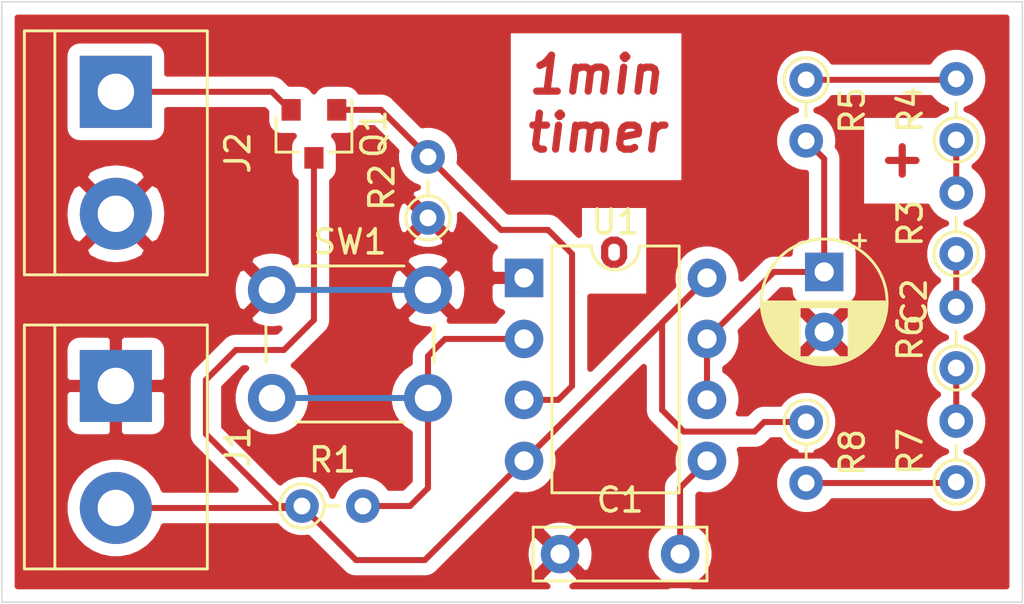
<source format=kicad_pcb>
(kicad_pcb (version 20171130) (host pcbnew "(5.1.9)-1")

  (general
    (thickness 1.6)
    (drawings 13)
    (tracks 69)
    (zones 0)
    (modules 15)
    (nets 13)
  )

  (page A4)
  (layers
    (0 F.Cu signal)
    (31 B.Cu signal)
    (32 B.Adhes user)
    (33 F.Adhes user)
    (34 B.Paste user)
    (35 F.Paste user)
    (36 B.SilkS user)
    (37 F.SilkS user)
    (38 B.Mask user)
    (39 F.Mask user)
    (40 Dwgs.User user)
    (41 Cmts.User user)
    (42 Eco1.User user)
    (43 Eco2.User user)
    (44 Edge.Cuts user)
    (45 Margin user)
    (46 B.CrtYd user)
    (47 F.CrtYd user)
    (48 B.Fab user)
    (49 F.Fab user hide)
  )

  (setup
    (last_trace_width 0.25)
    (trace_clearance 0.2)
    (zone_clearance 0.508)
    (zone_45_only no)
    (trace_min 0.2)
    (via_size 0.8)
    (via_drill 0.4)
    (via_min_size 0.4)
    (via_min_drill 0.3)
    (uvia_size 0.3)
    (uvia_drill 0.1)
    (uvias_allowed no)
    (uvia_min_size 0.2)
    (uvia_min_drill 0.1)
    (edge_width 0.05)
    (segment_width 0.2)
    (pcb_text_width 0.3)
    (pcb_text_size 1.5 1.5)
    (mod_edge_width 0.12)
    (mod_text_size 1 1)
    (mod_text_width 0.15)
    (pad_size 1.524 1.524)
    (pad_drill 0.762)
    (pad_to_mask_clearance 0)
    (aux_axis_origin 0 0)
    (visible_elements 7FFFFFFF)
    (pcbplotparams
      (layerselection 0x010fc_ffffffff)
      (usegerberextensions false)
      (usegerberattributes true)
      (usegerberadvancedattributes true)
      (creategerberjobfile true)
      (excludeedgelayer true)
      (linewidth 0.100000)
      (plotframeref false)
      (viasonmask false)
      (mode 1)
      (useauxorigin false)
      (hpglpennumber 1)
      (hpglpenspeed 20)
      (hpglpendiameter 15.000000)
      (psnegative false)
      (psa4output false)
      (plotreference true)
      (plotvalue true)
      (plotinvisibletext false)
      (padsonsilk false)
      (subtractmaskfromsilk false)
      (outputformat 1)
      (mirror false)
      (drillshape 0)
      (scaleselection 1)
      (outputdirectory ""))
  )

  (net 0 "")
  (net 1 "Net-(C1-Pad2)")
  (net 2 GND)
  (net 3 "Net-(C2-Pad1)")
  (net 4 VCC)
  (net 5 "Net-(J2-Pad1)")
  (net 6 "Net-(Q1-Pad1)")
  (net 7 "Net-(R1-Pad2)")
  (net 8 "Net-(R3-Pad2)")
  (net 9 "Net-(R3-Pad1)")
  (net 10 "Net-(R4-Pad2)")
  (net 11 "Net-(R6-Pad1)")
  (net 12 "Net-(R7-Pad1)")

  (net_class Default "This is the default net class."
    (clearance 0.2)
    (trace_width 0.25)
    (via_dia 0.8)
    (via_drill 0.4)
    (uvia_dia 0.3)
    (uvia_drill 0.1)
    (add_net GND)
    (add_net "Net-(C1-Pad2)")
    (add_net "Net-(C2-Pad1)")
    (add_net "Net-(J2-Pad1)")
    (add_net "Net-(Q1-Pad1)")
    (add_net "Net-(R1-Pad2)")
    (add_net "Net-(R3-Pad1)")
    (add_net "Net-(R3-Pad2)")
    (add_net "Net-(R4-Pad2)")
    (add_net "Net-(R6-Pad1)")
    (add_net "Net-(R7-Pad1)")
    (add_net VCC)
  )

  (module Package_DIP:DIP-8_W7.62mm (layer F.Cu) (tedit 5A02E8C5) (tstamp 60AF4E7E)
    (at 124.25 89)
    (descr "8-lead though-hole mounted DIP package, row spacing 7.62 mm (300 mils)")
    (tags "THT DIP DIL PDIP 2.54mm 7.62mm 300mil")
    (path /60AE5C0D)
    (fp_text reference U1 (at 3.81 -2.33) (layer F.SilkS)
      (effects (font (size 1 1) (thickness 0.15)))
    )
    (fp_text value LM555xN (at 3.81 9.95) (layer F.Fab)
      (effects (font (size 1 1) (thickness 0.15)))
    )
    (fp_line (start 1.635 -1.27) (end 6.985 -1.27) (layer F.Fab) (width 0.1))
    (fp_line (start 6.985 -1.27) (end 6.985 8.89) (layer F.Fab) (width 0.1))
    (fp_line (start 6.985 8.89) (end 0.635 8.89) (layer F.Fab) (width 0.1))
    (fp_line (start 0.635 8.89) (end 0.635 -0.27) (layer F.Fab) (width 0.1))
    (fp_line (start 0.635 -0.27) (end 1.635 -1.27) (layer F.Fab) (width 0.1))
    (fp_line (start 2.81 -1.33) (end 1.16 -1.33) (layer F.SilkS) (width 0.12))
    (fp_line (start 1.16 -1.33) (end 1.16 8.95) (layer F.SilkS) (width 0.12))
    (fp_line (start 1.16 8.95) (end 6.46 8.95) (layer F.SilkS) (width 0.12))
    (fp_line (start 6.46 8.95) (end 6.46 -1.33) (layer F.SilkS) (width 0.12))
    (fp_line (start 6.46 -1.33) (end 4.81 -1.33) (layer F.SilkS) (width 0.12))
    (fp_line (start -1.1 -1.55) (end -1.1 9.15) (layer F.CrtYd) (width 0.05))
    (fp_line (start -1.1 9.15) (end 8.7 9.15) (layer F.CrtYd) (width 0.05))
    (fp_line (start 8.7 9.15) (end 8.7 -1.55) (layer F.CrtYd) (width 0.05))
    (fp_line (start 8.7 -1.55) (end -1.1 -1.55) (layer F.CrtYd) (width 0.05))
    (fp_text user %R (at 3.81 3.81) (layer F.Fab)
      (effects (font (size 1 1) (thickness 0.15)))
    )
    (fp_arc (start 3.81 -1.33) (end 2.81 -1.33) (angle -180) (layer F.SilkS) (width 0.12))
    (pad 8 thru_hole oval (at 7.62 0) (size 1.6 1.6) (drill 0.8) (layers *.Cu *.Mask)
      (net 4 VCC))
    (pad 4 thru_hole oval (at 0 7.62) (size 1.6 1.6) (drill 0.8) (layers *.Cu *.Mask)
      (net 4 VCC))
    (pad 7 thru_hole oval (at 7.62 2.54) (size 1.6 1.6) (drill 0.8) (layers *.Cu *.Mask)
      (net 3 "Net-(C2-Pad1)"))
    (pad 3 thru_hole oval (at 0 5.08) (size 1.6 1.6) (drill 0.8) (layers *.Cu *.Mask)
      (net 6 "Net-(Q1-Pad1)"))
    (pad 6 thru_hole oval (at 7.62 5.08) (size 1.6 1.6) (drill 0.8) (layers *.Cu *.Mask)
      (net 3 "Net-(C2-Pad1)"))
    (pad 2 thru_hole oval (at 0 2.54) (size 1.6 1.6) (drill 0.8) (layers *.Cu *.Mask)
      (net 7 "Net-(R1-Pad2)"))
    (pad 5 thru_hole oval (at 7.62 7.62) (size 1.6 1.6) (drill 0.8) (layers *.Cu *.Mask)
      (net 1 "Net-(C1-Pad2)"))
    (pad 1 thru_hole rect (at 0 0) (size 1.6 1.6) (drill 0.8) (layers *.Cu *.Mask)
      (net 2 GND))
    (model ${KISYS3DMOD}/Package_DIP.3dshapes/DIP-8_W7.62mm.wrl
      (at (xyz 0 0 0))
      (scale (xyz 1 1 1))
      (rotate (xyz 0 0 0))
    )
  )

  (module Button_Switch_THT:SW_PUSH_6mm_H4.3mm (layer F.Cu) (tedit 5A02FE31) (tstamp 60AF4E62)
    (at 113.75 89.5)
    (descr "tactile push button, 6x6mm e.g. PHAP33xx series, height=4.3mm")
    (tags "tact sw push 6mm")
    (path /60AF5AC9)
    (fp_text reference SW1 (at 3.25 -2) (layer F.SilkS)
      (effects (font (size 1 1) (thickness 0.15)))
    )
    (fp_text value SW_Push (at 3.75 6.7) (layer F.Fab)
      (effects (font (size 1 1) (thickness 0.15)))
    )
    (fp_line (start 3.25 -0.75) (end 6.25 -0.75) (layer F.Fab) (width 0.1))
    (fp_line (start 6.25 -0.75) (end 6.25 5.25) (layer F.Fab) (width 0.1))
    (fp_line (start 6.25 5.25) (end 0.25 5.25) (layer F.Fab) (width 0.1))
    (fp_line (start 0.25 5.25) (end 0.25 -0.75) (layer F.Fab) (width 0.1))
    (fp_line (start 0.25 -0.75) (end 3.25 -0.75) (layer F.Fab) (width 0.1))
    (fp_line (start 7.75 6) (end 8 6) (layer F.CrtYd) (width 0.05))
    (fp_line (start 8 6) (end 8 5.75) (layer F.CrtYd) (width 0.05))
    (fp_line (start 7.75 -1.5) (end 8 -1.5) (layer F.CrtYd) (width 0.05))
    (fp_line (start 8 -1.5) (end 8 -1.25) (layer F.CrtYd) (width 0.05))
    (fp_line (start -1.5 -1.25) (end -1.5 -1.5) (layer F.CrtYd) (width 0.05))
    (fp_line (start -1.5 -1.5) (end -1.25 -1.5) (layer F.CrtYd) (width 0.05))
    (fp_line (start -1.5 5.75) (end -1.5 6) (layer F.CrtYd) (width 0.05))
    (fp_line (start -1.5 6) (end -1.25 6) (layer F.CrtYd) (width 0.05))
    (fp_line (start -1.25 -1.5) (end 7.75 -1.5) (layer F.CrtYd) (width 0.05))
    (fp_line (start -1.5 5.75) (end -1.5 -1.25) (layer F.CrtYd) (width 0.05))
    (fp_line (start 7.75 6) (end -1.25 6) (layer F.CrtYd) (width 0.05))
    (fp_line (start 8 -1.25) (end 8 5.75) (layer F.CrtYd) (width 0.05))
    (fp_line (start 1 5.5) (end 5.5 5.5) (layer F.SilkS) (width 0.12))
    (fp_line (start -0.25 1.5) (end -0.25 3) (layer F.SilkS) (width 0.12))
    (fp_line (start 5.5 -1) (end 1 -1) (layer F.SilkS) (width 0.12))
    (fp_line (start 6.75 3) (end 6.75 1.5) (layer F.SilkS) (width 0.12))
    (fp_circle (center 3.25 2.25) (end 1.25 2.5) (layer F.Fab) (width 0.1))
    (fp_text user %R (at 3.25 2.25) (layer F.Fab)
      (effects (font (size 1 1) (thickness 0.15)))
    )
    (pad 1 thru_hole circle (at 6.5 0 90) (size 2 2) (drill 1.1) (layers *.Cu *.Mask)
      (net 2 GND))
    (pad 2 thru_hole circle (at 6.5 4.5 90) (size 2 2) (drill 1.1) (layers *.Cu *.Mask)
      (net 7 "Net-(R1-Pad2)"))
    (pad 1 thru_hole circle (at 0 0 90) (size 2 2) (drill 1.1) (layers *.Cu *.Mask)
      (net 2 GND))
    (pad 2 thru_hole circle (at 0 4.5 90) (size 2 2) (drill 1.1) (layers *.Cu *.Mask)
      (net 7 "Net-(R1-Pad2)"))
    (model ${KISYS3DMOD}/Button_Switch_THT.3dshapes/SW_PUSH_6mm_H4.3mm.wrl
      (at (xyz 0 0 0))
      (scale (xyz 1 1 1))
      (rotate (xyz 0 0 0))
    )
  )

  (module Resistor_THT:R_Axial_DIN0204_L3.6mm_D1.6mm_P2.54mm_Vertical (layer F.Cu) (tedit 5AE5139B) (tstamp 60AF4E43)
    (at 136 95 270)
    (descr "Resistor, Axial_DIN0204 series, Axial, Vertical, pin pitch=2.54mm, 0.167W, length*diameter=3.6*1.6mm^2, http://cdn-reichelt.de/documents/datenblatt/B400/1_4W%23YAG.pdf")
    (tags "Resistor Axial_DIN0204 series Axial Vertical pin pitch 2.54mm 0.167W length 3.6mm diameter 1.6mm")
    (path /60AE7CBE)
    (fp_text reference R8 (at 1.27 -1.92 90) (layer F.SilkS)
      (effects (font (size 1 1) (thickness 0.15)))
    )
    (fp_text value 100k (at 1.27 1.92 90) (layer F.Fab)
      (effects (font (size 1 1) (thickness 0.15)))
    )
    (fp_circle (center 0 0) (end 0.8 0) (layer F.Fab) (width 0.1))
    (fp_circle (center 0 0) (end 0.92 0) (layer F.SilkS) (width 0.12))
    (fp_line (start 0 0) (end 2.54 0) (layer F.Fab) (width 0.1))
    (fp_line (start 0.92 0) (end 1.54 0) (layer F.SilkS) (width 0.12))
    (fp_line (start -1.05 -1.05) (end -1.05 1.05) (layer F.CrtYd) (width 0.05))
    (fp_line (start -1.05 1.05) (end 3.49 1.05) (layer F.CrtYd) (width 0.05))
    (fp_line (start 3.49 1.05) (end 3.49 -1.05) (layer F.CrtYd) (width 0.05))
    (fp_line (start 3.49 -1.05) (end -1.05 -1.05) (layer F.CrtYd) (width 0.05))
    (fp_text user %R (at 1.27 -1.92 90) (layer F.Fab)
      (effects (font (size 1 1) (thickness 0.15)))
    )
    (pad 2 thru_hole oval (at 2.54 0 270) (size 1.4 1.4) (drill 0.7) (layers *.Cu *.Mask)
      (net 12 "Net-(R7-Pad1)"))
    (pad 1 thru_hole circle (at 0 0 270) (size 1.4 1.4) (drill 0.7) (layers *.Cu *.Mask)
      (net 4 VCC))
    (model ${KISYS3DMOD}/Resistor_THT.3dshapes/R_Axial_DIN0204_L3.6mm_D1.6mm_P2.54mm_Vertical.wrl
      (at (xyz 0 0 0))
      (scale (xyz 1 1 1))
      (rotate (xyz 0 0 0))
    )
  )

  (module Resistor_THT:R_Axial_DIN0204_L3.6mm_D1.6mm_P2.54mm_Vertical (layer F.Cu) (tedit 5AE5139B) (tstamp 60AF4E34)
    (at 142.25 97.5 90)
    (descr "Resistor, Axial_DIN0204 series, Axial, Vertical, pin pitch=2.54mm, 0.167W, length*diameter=3.6*1.6mm^2, http://cdn-reichelt.de/documents/datenblatt/B400/1_4W%23YAG.pdf")
    (tags "Resistor Axial_DIN0204 series Axial Vertical pin pitch 2.54mm 0.167W length 3.6mm diameter 1.6mm")
    (path /60AE7DA4)
    (fp_text reference R7 (at 1.27 -1.92 90) (layer F.SilkS)
      (effects (font (size 1 1) (thickness 0.15)))
    )
    (fp_text value 100k (at 1.27 1.92 90) (layer F.Fab)
      (effects (font (size 1 1) (thickness 0.15)))
    )
    (fp_circle (center 0 0) (end 0.8 0) (layer F.Fab) (width 0.1))
    (fp_circle (center 0 0) (end 0.92 0) (layer F.SilkS) (width 0.12))
    (fp_line (start 0 0) (end 2.54 0) (layer F.Fab) (width 0.1))
    (fp_line (start 0.92 0) (end 1.54 0) (layer F.SilkS) (width 0.12))
    (fp_line (start -1.05 -1.05) (end -1.05 1.05) (layer F.CrtYd) (width 0.05))
    (fp_line (start -1.05 1.05) (end 3.49 1.05) (layer F.CrtYd) (width 0.05))
    (fp_line (start 3.49 1.05) (end 3.49 -1.05) (layer F.CrtYd) (width 0.05))
    (fp_line (start 3.49 -1.05) (end -1.05 -1.05) (layer F.CrtYd) (width 0.05))
    (fp_text user %R (at 1.27 -1.92 90) (layer F.Fab)
      (effects (font (size 1 1) (thickness 0.15)))
    )
    (pad 2 thru_hole oval (at 2.54 0 90) (size 1.4 1.4) (drill 0.7) (layers *.Cu *.Mask)
      (net 11 "Net-(R6-Pad1)"))
    (pad 1 thru_hole circle (at 0 0 90) (size 1.4 1.4) (drill 0.7) (layers *.Cu *.Mask)
      (net 12 "Net-(R7-Pad1)"))
    (model ${KISYS3DMOD}/Resistor_THT.3dshapes/R_Axial_DIN0204_L3.6mm_D1.6mm_P2.54mm_Vertical.wrl
      (at (xyz 0 0 0))
      (scale (xyz 1 1 1))
      (rotate (xyz 0 0 0))
    )
  )

  (module Resistor_THT:R_Axial_DIN0204_L3.6mm_D1.6mm_P2.54mm_Vertical (layer F.Cu) (tedit 5AE5139B) (tstamp 60AF4E25)
    (at 142.25 92.75 90)
    (descr "Resistor, Axial_DIN0204 series, Axial, Vertical, pin pitch=2.54mm, 0.167W, length*diameter=3.6*1.6mm^2, http://cdn-reichelt.de/documents/datenblatt/B400/1_4W%23YAG.pdf")
    (tags "Resistor Axial_DIN0204 series Axial Vertical pin pitch 2.54mm 0.167W length 3.6mm diameter 1.6mm")
    (path /60AE6958)
    (fp_text reference R6 (at 1.27 -1.92 90) (layer F.SilkS)
      (effects (font (size 1 1) (thickness 0.15)))
    )
    (fp_text value 100k (at 1.27 1.92 90) (layer F.Fab)
      (effects (font (size 1 1) (thickness 0.15)))
    )
    (fp_circle (center 0 0) (end 0.8 0) (layer F.Fab) (width 0.1))
    (fp_circle (center 0 0) (end 0.92 0) (layer F.SilkS) (width 0.12))
    (fp_line (start 0 0) (end 2.54 0) (layer F.Fab) (width 0.1))
    (fp_line (start 0.92 0) (end 1.54 0) (layer F.SilkS) (width 0.12))
    (fp_line (start -1.05 -1.05) (end -1.05 1.05) (layer F.CrtYd) (width 0.05))
    (fp_line (start -1.05 1.05) (end 3.49 1.05) (layer F.CrtYd) (width 0.05))
    (fp_line (start 3.49 1.05) (end 3.49 -1.05) (layer F.CrtYd) (width 0.05))
    (fp_line (start 3.49 -1.05) (end -1.05 -1.05) (layer F.CrtYd) (width 0.05))
    (fp_text user %R (at 1.27 -1.92 90) (layer F.Fab)
      (effects (font (size 1 1) (thickness 0.15)))
    )
    (pad 2 thru_hole oval (at 2.54 0 90) (size 1.4 1.4) (drill 0.7) (layers *.Cu *.Mask)
      (net 9 "Net-(R3-Pad1)"))
    (pad 1 thru_hole circle (at 0 0 90) (size 1.4 1.4) (drill 0.7) (layers *.Cu *.Mask)
      (net 11 "Net-(R6-Pad1)"))
    (model ${KISYS3DMOD}/Resistor_THT.3dshapes/R_Axial_DIN0204_L3.6mm_D1.6mm_P2.54mm_Vertical.wrl
      (at (xyz 0 0 0))
      (scale (xyz 1 1 1))
      (rotate (xyz 0 0 0))
    )
  )

  (module Resistor_THT:R_Axial_DIN0204_L3.6mm_D1.6mm_P2.54mm_Vertical (layer F.Cu) (tedit 5AE5139B) (tstamp 60AF4E16)
    (at 136 80.75 270)
    (descr "Resistor, Axial_DIN0204 series, Axial, Vertical, pin pitch=2.54mm, 0.167W, length*diameter=3.6*1.6mm^2, http://cdn-reichelt.de/documents/datenblatt/B400/1_4W%23YAG.pdf")
    (tags "Resistor Axial_DIN0204 series Axial Vertical pin pitch 2.54mm 0.167W length 3.6mm diameter 1.6mm")
    (path /60AE7A69)
    (fp_text reference R5 (at 1.27 -1.92 90) (layer F.SilkS)
      (effects (font (size 1 1) (thickness 0.15)))
    )
    (fp_text value 100k (at 1.27 1.92 90) (layer F.Fab)
      (effects (font (size 1 1) (thickness 0.15)))
    )
    (fp_circle (center 0 0) (end 0.8 0) (layer F.Fab) (width 0.1))
    (fp_circle (center 0 0) (end 0.92 0) (layer F.SilkS) (width 0.12))
    (fp_line (start 0 0) (end 2.54 0) (layer F.Fab) (width 0.1))
    (fp_line (start 0.92 0) (end 1.54 0) (layer F.SilkS) (width 0.12))
    (fp_line (start -1.05 -1.05) (end -1.05 1.05) (layer F.CrtYd) (width 0.05))
    (fp_line (start -1.05 1.05) (end 3.49 1.05) (layer F.CrtYd) (width 0.05))
    (fp_line (start 3.49 1.05) (end 3.49 -1.05) (layer F.CrtYd) (width 0.05))
    (fp_line (start 3.49 -1.05) (end -1.05 -1.05) (layer F.CrtYd) (width 0.05))
    (fp_text user %R (at 1.27 -1.92 90) (layer F.Fab)
      (effects (font (size 1 1) (thickness 0.15)))
    )
    (pad 2 thru_hole oval (at 2.54 0 270) (size 1.4 1.4) (drill 0.7) (layers *.Cu *.Mask)
      (net 3 "Net-(C2-Pad1)"))
    (pad 1 thru_hole circle (at 0 0 270) (size 1.4 1.4) (drill 0.7) (layers *.Cu *.Mask)
      (net 10 "Net-(R4-Pad2)"))
    (model ${KISYS3DMOD}/Resistor_THT.3dshapes/R_Axial_DIN0204_L3.6mm_D1.6mm_P2.54mm_Vertical.wrl
      (at (xyz 0 0 0))
      (scale (xyz 1 1 1))
      (rotate (xyz 0 0 0))
    )
  )

  (module Resistor_THT:R_Axial_DIN0204_L3.6mm_D1.6mm_P2.54mm_Vertical (layer F.Cu) (tedit 5AE5139B) (tstamp 60AF4E07)
    (at 142.25 83.25 90)
    (descr "Resistor, Axial_DIN0204 series, Axial, Vertical, pin pitch=2.54mm, 0.167W, length*diameter=3.6*1.6mm^2, http://cdn-reichelt.de/documents/datenblatt/B400/1_4W%23YAG.pdf")
    (tags "Resistor Axial_DIN0204 series Axial Vertical pin pitch 2.54mm 0.167W length 3.6mm diameter 1.6mm")
    (path /60AE7B3B)
    (fp_text reference R4 (at 1.27 -1.92 90) (layer F.SilkS)
      (effects (font (size 1 1) (thickness 0.15)))
    )
    (fp_text value 100k (at 1.27 1.92 90) (layer F.Fab)
      (effects (font (size 1 1) (thickness 0.15)))
    )
    (fp_circle (center 0 0) (end 0.8 0) (layer F.Fab) (width 0.1))
    (fp_circle (center 0 0) (end 0.92 0) (layer F.SilkS) (width 0.12))
    (fp_line (start 0 0) (end 2.54 0) (layer F.Fab) (width 0.1))
    (fp_line (start 0.92 0) (end 1.54 0) (layer F.SilkS) (width 0.12))
    (fp_line (start -1.05 -1.05) (end -1.05 1.05) (layer F.CrtYd) (width 0.05))
    (fp_line (start -1.05 1.05) (end 3.49 1.05) (layer F.CrtYd) (width 0.05))
    (fp_line (start 3.49 1.05) (end 3.49 -1.05) (layer F.CrtYd) (width 0.05))
    (fp_line (start 3.49 -1.05) (end -1.05 -1.05) (layer F.CrtYd) (width 0.05))
    (fp_text user %R (at 1.27 -1.92 90) (layer F.Fab)
      (effects (font (size 1 1) (thickness 0.15)))
    )
    (pad 2 thru_hole oval (at 2.54 0 90) (size 1.4 1.4) (drill 0.7) (layers *.Cu *.Mask)
      (net 10 "Net-(R4-Pad2)"))
    (pad 1 thru_hole circle (at 0 0 90) (size 1.4 1.4) (drill 0.7) (layers *.Cu *.Mask)
      (net 8 "Net-(R3-Pad2)"))
    (model ${KISYS3DMOD}/Resistor_THT.3dshapes/R_Axial_DIN0204_L3.6mm_D1.6mm_P2.54mm_Vertical.wrl
      (at (xyz 0 0 0))
      (scale (xyz 1 1 1))
      (rotate (xyz 0 0 0))
    )
  )

  (module Resistor_THT:R_Axial_DIN0204_L3.6mm_D1.6mm_P2.54mm_Vertical (layer F.Cu) (tedit 5AE5139B) (tstamp 60AF4DF8)
    (at 142.25 88 90)
    (descr "Resistor, Axial_DIN0204 series, Axial, Vertical, pin pitch=2.54mm, 0.167W, length*diameter=3.6*1.6mm^2, http://cdn-reichelt.de/documents/datenblatt/B400/1_4W%23YAG.pdf")
    (tags "Resistor Axial_DIN0204 series Axial Vertical pin pitch 2.54mm 0.167W length 3.6mm diameter 1.6mm")
    (path /60AE7B81)
    (fp_text reference R3 (at 1.27 -1.92 90) (layer F.SilkS)
      (effects (font (size 1 1) (thickness 0.15)))
    )
    (fp_text value 100k (at 1.27 1.92 90) (layer F.Fab)
      (effects (font (size 1 1) (thickness 0.15)))
    )
    (fp_circle (center 0 0) (end 0.8 0) (layer F.Fab) (width 0.1))
    (fp_circle (center 0 0) (end 0.92 0) (layer F.SilkS) (width 0.12))
    (fp_line (start 0 0) (end 2.54 0) (layer F.Fab) (width 0.1))
    (fp_line (start 0.92 0) (end 1.54 0) (layer F.SilkS) (width 0.12))
    (fp_line (start -1.05 -1.05) (end -1.05 1.05) (layer F.CrtYd) (width 0.05))
    (fp_line (start -1.05 1.05) (end 3.49 1.05) (layer F.CrtYd) (width 0.05))
    (fp_line (start 3.49 1.05) (end 3.49 -1.05) (layer F.CrtYd) (width 0.05))
    (fp_line (start 3.49 -1.05) (end -1.05 -1.05) (layer F.CrtYd) (width 0.05))
    (fp_text user %R (at 1.27 -1.92 90) (layer F.Fab)
      (effects (font (size 1 1) (thickness 0.15)))
    )
    (pad 2 thru_hole oval (at 2.54 0 90) (size 1.4 1.4) (drill 0.7) (layers *.Cu *.Mask)
      (net 8 "Net-(R3-Pad2)"))
    (pad 1 thru_hole circle (at 0 0 90) (size 1.4 1.4) (drill 0.7) (layers *.Cu *.Mask)
      (net 9 "Net-(R3-Pad1)"))
    (model ${KISYS3DMOD}/Resistor_THT.3dshapes/R_Axial_DIN0204_L3.6mm_D1.6mm_P2.54mm_Vertical.wrl
      (at (xyz 0 0 0))
      (scale (xyz 1 1 1))
      (rotate (xyz 0 0 0))
    )
  )

  (module Resistor_THT:R_Axial_DIN0204_L3.6mm_D1.6mm_P2.54mm_Vertical (layer F.Cu) (tedit 5AE5139B) (tstamp 60AF4DE9)
    (at 120.25 86.5 90)
    (descr "Resistor, Axial_DIN0204 series, Axial, Vertical, pin pitch=2.54mm, 0.167W, length*diameter=3.6*1.6mm^2, http://cdn-reichelt.de/documents/datenblatt/B400/1_4W%23YAG.pdf")
    (tags "Resistor Axial_DIN0204 series Axial Vertical pin pitch 2.54mm 0.167W length 3.6mm diameter 1.6mm")
    (path /60B09367)
    (fp_text reference R2 (at 1.27 -1.92 90) (layer F.SilkS)
      (effects (font (size 1 1) (thickness 0.15)))
    )
    (fp_text value 10k (at 1.27 1.92 90) (layer F.Fab)
      (effects (font (size 1 1) (thickness 0.15)))
    )
    (fp_circle (center 0 0) (end 0.8 0) (layer F.Fab) (width 0.1))
    (fp_circle (center 0 0) (end 0.92 0) (layer F.SilkS) (width 0.12))
    (fp_line (start 0 0) (end 2.54 0) (layer F.Fab) (width 0.1))
    (fp_line (start 0.92 0) (end 1.54 0) (layer F.SilkS) (width 0.12))
    (fp_line (start -1.05 -1.05) (end -1.05 1.05) (layer F.CrtYd) (width 0.05))
    (fp_line (start -1.05 1.05) (end 3.49 1.05) (layer F.CrtYd) (width 0.05))
    (fp_line (start 3.49 1.05) (end 3.49 -1.05) (layer F.CrtYd) (width 0.05))
    (fp_line (start 3.49 -1.05) (end -1.05 -1.05) (layer F.CrtYd) (width 0.05))
    (fp_text user %R (at 1.27 -1.92 90) (layer F.Fab)
      (effects (font (size 1 1) (thickness 0.15)))
    )
    (pad 2 thru_hole oval (at 2.54 0 90) (size 1.4 1.4) (drill 0.7) (layers *.Cu *.Mask)
      (net 6 "Net-(Q1-Pad1)"))
    (pad 1 thru_hole circle (at 0 0 90) (size 1.4 1.4) (drill 0.7) (layers *.Cu *.Mask)
      (net 2 GND))
    (model ${KISYS3DMOD}/Resistor_THT.3dshapes/R_Axial_DIN0204_L3.6mm_D1.6mm_P2.54mm_Vertical.wrl
      (at (xyz 0 0 0))
      (scale (xyz 1 1 1))
      (rotate (xyz 0 0 0))
    )
  )

  (module Resistor_THT:R_Axial_DIN0204_L3.6mm_D1.6mm_P2.54mm_Vertical (layer F.Cu) (tedit 5AE5139B) (tstamp 60AF4DDA)
    (at 115 98.5)
    (descr "Resistor, Axial_DIN0204 series, Axial, Vertical, pin pitch=2.54mm, 0.167W, length*diameter=3.6*1.6mm^2, http://cdn-reichelt.de/documents/datenblatt/B400/1_4W%23YAG.pdf")
    (tags "Resistor Axial_DIN0204 series Axial Vertical pin pitch 2.54mm 0.167W length 3.6mm diameter 1.6mm")
    (path /60AE7BF1)
    (fp_text reference R1 (at 1.27 -1.92) (layer F.SilkS)
      (effects (font (size 1 1) (thickness 0.15)))
    )
    (fp_text value 10k (at 1.27 1.92) (layer F.Fab)
      (effects (font (size 1 1) (thickness 0.15)))
    )
    (fp_circle (center 0 0) (end 0.8 0) (layer F.Fab) (width 0.1))
    (fp_circle (center 0 0) (end 0.92 0) (layer F.SilkS) (width 0.12))
    (fp_line (start 0 0) (end 2.54 0) (layer F.Fab) (width 0.1))
    (fp_line (start 0.92 0) (end 1.54 0) (layer F.SilkS) (width 0.12))
    (fp_line (start -1.05 -1.05) (end -1.05 1.05) (layer F.CrtYd) (width 0.05))
    (fp_line (start -1.05 1.05) (end 3.49 1.05) (layer F.CrtYd) (width 0.05))
    (fp_line (start 3.49 1.05) (end 3.49 -1.05) (layer F.CrtYd) (width 0.05))
    (fp_line (start 3.49 -1.05) (end -1.05 -1.05) (layer F.CrtYd) (width 0.05))
    (fp_text user %R (at 1.27 -1.92) (layer F.Fab)
      (effects (font (size 1 1) (thickness 0.15)))
    )
    (pad 2 thru_hole oval (at 2.54 0) (size 1.4 1.4) (drill 0.7) (layers *.Cu *.Mask)
      (net 7 "Net-(R1-Pad2)"))
    (pad 1 thru_hole circle (at 0 0) (size 1.4 1.4) (drill 0.7) (layers *.Cu *.Mask)
      (net 4 VCC))
    (model ${KISYS3DMOD}/Resistor_THT.3dshapes/R_Axial_DIN0204_L3.6mm_D1.6mm_P2.54mm_Vertical.wrl
      (at (xyz 0 0 0))
      (scale (xyz 1 1 1))
      (rotate (xyz 0 0 0))
    )
  )

  (module Package_TO_SOT_SMD:SOT-23 (layer F.Cu) (tedit 5A02FF57) (tstamp 60AF4DCB)
    (at 115.5 83 270)
    (descr "SOT-23, Standard")
    (tags SOT-23)
    (path /60B0C6BF)
    (attr smd)
    (fp_text reference Q1 (at 0 -2.5 90) (layer F.SilkS)
      (effects (font (size 1 1) (thickness 0.15)))
    )
    (fp_text value 2N7002H (at 0 2.5 90) (layer F.Fab)
      (effects (font (size 1 1) (thickness 0.15)))
    )
    (fp_line (start -0.7 -0.95) (end -0.7 1.5) (layer F.Fab) (width 0.1))
    (fp_line (start -0.15 -1.52) (end 0.7 -1.52) (layer F.Fab) (width 0.1))
    (fp_line (start -0.7 -0.95) (end -0.15 -1.52) (layer F.Fab) (width 0.1))
    (fp_line (start 0.7 -1.52) (end 0.7 1.52) (layer F.Fab) (width 0.1))
    (fp_line (start -0.7 1.52) (end 0.7 1.52) (layer F.Fab) (width 0.1))
    (fp_line (start 0.76 1.58) (end 0.76 0.65) (layer F.SilkS) (width 0.12))
    (fp_line (start 0.76 -1.58) (end 0.76 -0.65) (layer F.SilkS) (width 0.12))
    (fp_line (start -1.7 -1.75) (end 1.7 -1.75) (layer F.CrtYd) (width 0.05))
    (fp_line (start 1.7 -1.75) (end 1.7 1.75) (layer F.CrtYd) (width 0.05))
    (fp_line (start 1.7 1.75) (end -1.7 1.75) (layer F.CrtYd) (width 0.05))
    (fp_line (start -1.7 1.75) (end -1.7 -1.75) (layer F.CrtYd) (width 0.05))
    (fp_line (start 0.76 -1.58) (end -1.4 -1.58) (layer F.SilkS) (width 0.12))
    (fp_line (start 0.76 1.58) (end -0.7 1.58) (layer F.SilkS) (width 0.12))
    (fp_text user %R (at 0 0) (layer F.Fab)
      (effects (font (size 0.5 0.5) (thickness 0.075)))
    )
    (pad 3 smd rect (at 1 0 270) (size 0.9 0.8) (layers F.Cu F.Paste F.Mask)
      (net 4 VCC))
    (pad 2 smd rect (at -1 0.95 270) (size 0.9 0.8) (layers F.Cu F.Paste F.Mask)
      (net 5 "Net-(J2-Pad1)"))
    (pad 1 smd rect (at -1 -0.95 270) (size 0.9 0.8) (layers F.Cu F.Paste F.Mask)
      (net 6 "Net-(Q1-Pad1)"))
    (model ${KISYS3DMOD}/Package_TO_SOT_SMD.3dshapes/SOT-23.wrl
      (at (xyz 0 0 0))
      (scale (xyz 1 1 1))
      (rotate (xyz 0 0 0))
    )
  )

  (module TerminalBlock:TerminalBlock_bornier-2_P5.08mm (layer F.Cu) (tedit 59FF03AB) (tstamp 60AF4DB6)
    (at 107.25 81.25 270)
    (descr "simple 2-pin terminal block, pitch 5.08mm, revamped version of bornier2")
    (tags "terminal block bornier2")
    (path /60AF7FD3)
    (fp_text reference J2 (at 2.54 -5.08 90) (layer F.SilkS)
      (effects (font (size 1 1) (thickness 0.15)))
    )
    (fp_text value Screw_Terminal_01x02 (at 2.54 5.08 90) (layer F.Fab) hide
      (effects (font (size 1 1) (thickness 0.15)))
    )
    (fp_line (start -2.41 2.55) (end 7.49 2.55) (layer F.Fab) (width 0.1))
    (fp_line (start -2.46 -3.75) (end -2.46 3.75) (layer F.Fab) (width 0.1))
    (fp_line (start -2.46 3.75) (end 7.54 3.75) (layer F.Fab) (width 0.1))
    (fp_line (start 7.54 3.75) (end 7.54 -3.75) (layer F.Fab) (width 0.1))
    (fp_line (start 7.54 -3.75) (end -2.46 -3.75) (layer F.Fab) (width 0.1))
    (fp_line (start 7.62 2.54) (end -2.54 2.54) (layer F.SilkS) (width 0.12))
    (fp_line (start 7.62 3.81) (end 7.62 -3.81) (layer F.SilkS) (width 0.12))
    (fp_line (start 7.62 -3.81) (end -2.54 -3.81) (layer F.SilkS) (width 0.12))
    (fp_line (start -2.54 -3.81) (end -2.54 3.81) (layer F.SilkS) (width 0.12))
    (fp_line (start -2.54 3.81) (end 7.62 3.81) (layer F.SilkS) (width 0.12))
    (fp_line (start -2.71 -4) (end 7.79 -4) (layer F.CrtYd) (width 0.05))
    (fp_line (start -2.71 -4) (end -2.71 4) (layer F.CrtYd) (width 0.05))
    (fp_line (start 7.79 4) (end 7.79 -4) (layer F.CrtYd) (width 0.05))
    (fp_line (start 7.79 4) (end -2.71 4) (layer F.CrtYd) (width 0.05))
    (fp_text user %R (at 2.54 0 90) (layer F.Fab)
      (effects (font (size 1 1) (thickness 0.15)))
    )
    (pad 2 thru_hole circle (at 5.08 0 270) (size 3 3) (drill 1.52) (layers *.Cu *.Mask)
      (net 2 GND))
    (pad 1 thru_hole rect (at 0 0 270) (size 3 3) (drill 1.52) (layers *.Cu *.Mask)
      (net 5 "Net-(J2-Pad1)"))
    (model ${KISYS3DMOD}/TerminalBlock.3dshapes/TerminalBlock_bornier-2_P5.08mm.wrl
      (offset (xyz 2.539999961853027 0 0))
      (scale (xyz 1 1 1))
      (rotate (xyz 0 0 0))
    )
  )

  (module TerminalBlock:TerminalBlock_bornier-2_P5.08mm (layer F.Cu) (tedit 59FF03AB) (tstamp 60AF4DA1)
    (at 107.25 93.5 270)
    (descr "simple 2-pin terminal block, pitch 5.08mm, revamped version of bornier2")
    (tags "terminal block bornier2")
    (path /60AF643A)
    (fp_text reference J1 (at 2.54 -5.08 90) (layer F.SilkS)
      (effects (font (size 1 1) (thickness 0.15)))
    )
    (fp_text value Screw_Terminal_01x02 (at 2.54 5.08 90) (layer F.Fab) hide
      (effects (font (size 1 1) (thickness 0.15)))
    )
    (fp_line (start -2.41 2.55) (end 7.49 2.55) (layer F.Fab) (width 0.1))
    (fp_line (start -2.46 -3.75) (end -2.46 3.75) (layer F.Fab) (width 0.1))
    (fp_line (start -2.46 3.75) (end 7.54 3.75) (layer F.Fab) (width 0.1))
    (fp_line (start 7.54 3.75) (end 7.54 -3.75) (layer F.Fab) (width 0.1))
    (fp_line (start 7.54 -3.75) (end -2.46 -3.75) (layer F.Fab) (width 0.1))
    (fp_line (start 7.62 2.54) (end -2.54 2.54) (layer F.SilkS) (width 0.12))
    (fp_line (start 7.62 3.81) (end 7.62 -3.81) (layer F.SilkS) (width 0.12))
    (fp_line (start 7.62 -3.81) (end -2.54 -3.81) (layer F.SilkS) (width 0.12))
    (fp_line (start -2.54 -3.81) (end -2.54 3.81) (layer F.SilkS) (width 0.12))
    (fp_line (start -2.54 3.81) (end 7.62 3.81) (layer F.SilkS) (width 0.12))
    (fp_line (start -2.71 -4) (end 7.79 -4) (layer F.CrtYd) (width 0.05))
    (fp_line (start -2.71 -4) (end -2.71 4) (layer F.CrtYd) (width 0.05))
    (fp_line (start 7.79 4) (end 7.79 -4) (layer F.CrtYd) (width 0.05))
    (fp_line (start 7.79 4) (end -2.71 4) (layer F.CrtYd) (width 0.05))
    (fp_text user %R (at 2.54 0 90) (layer F.Fab)
      (effects (font (size 1 1) (thickness 0.15)))
    )
    (pad 2 thru_hole circle (at 5.08 0 270) (size 3 3) (drill 1.52) (layers *.Cu *.Mask)
      (net 4 VCC))
    (pad 1 thru_hole rect (at 0 0 270) (size 3 3) (drill 1.52) (layers *.Cu *.Mask)
      (net 2 GND))
    (model ${KISYS3DMOD}/TerminalBlock.3dshapes/TerminalBlock_bornier-2_P5.08mm.wrl
      (offset (xyz 2.539999961853027 0 0))
      (scale (xyz 1 1 1))
      (rotate (xyz 0 0 0))
    )
  )

  (module Capacitor_THT:CP_Radial_D5.0mm_P2.50mm (layer F.Cu) (tedit 5AE50EF0) (tstamp 60AF4D8C)
    (at 136.75 88.75 270)
    (descr "CP, Radial series, Radial, pin pitch=2.50mm, , diameter=5mm, Electrolytic Capacitor")
    (tags "CP Radial series Radial pin pitch 2.50mm  diameter 5mm Electrolytic Capacitor")
    (path /60AE6C9B)
    (fp_text reference C2 (at 1.25 -3.75 90) (layer F.SilkS)
      (effects (font (size 1 1) (thickness 0.15)))
    )
    (fp_text value 100uf (at 1.25 3.75 90) (layer F.Fab)
      (effects (font (size 1 1) (thickness 0.15)))
    )
    (fp_circle (center 1.25 0) (end 3.75 0) (layer F.Fab) (width 0.1))
    (fp_circle (center 1.25 0) (end 3.87 0) (layer F.SilkS) (width 0.12))
    (fp_circle (center 1.25 0) (end 4 0) (layer F.CrtYd) (width 0.05))
    (fp_line (start -0.883605 -1.0875) (end -0.383605 -1.0875) (layer F.Fab) (width 0.1))
    (fp_line (start -0.633605 -1.3375) (end -0.633605 -0.8375) (layer F.Fab) (width 0.1))
    (fp_line (start 1.25 -2.58) (end 1.25 2.58) (layer F.SilkS) (width 0.12))
    (fp_line (start 1.29 -2.58) (end 1.29 2.58) (layer F.SilkS) (width 0.12))
    (fp_line (start 1.33 -2.579) (end 1.33 2.579) (layer F.SilkS) (width 0.12))
    (fp_line (start 1.37 -2.578) (end 1.37 2.578) (layer F.SilkS) (width 0.12))
    (fp_line (start 1.41 -2.576) (end 1.41 2.576) (layer F.SilkS) (width 0.12))
    (fp_line (start 1.45 -2.573) (end 1.45 2.573) (layer F.SilkS) (width 0.12))
    (fp_line (start 1.49 -2.569) (end 1.49 -1.04) (layer F.SilkS) (width 0.12))
    (fp_line (start 1.49 1.04) (end 1.49 2.569) (layer F.SilkS) (width 0.12))
    (fp_line (start 1.53 -2.565) (end 1.53 -1.04) (layer F.SilkS) (width 0.12))
    (fp_line (start 1.53 1.04) (end 1.53 2.565) (layer F.SilkS) (width 0.12))
    (fp_line (start 1.57 -2.561) (end 1.57 -1.04) (layer F.SilkS) (width 0.12))
    (fp_line (start 1.57 1.04) (end 1.57 2.561) (layer F.SilkS) (width 0.12))
    (fp_line (start 1.61 -2.556) (end 1.61 -1.04) (layer F.SilkS) (width 0.12))
    (fp_line (start 1.61 1.04) (end 1.61 2.556) (layer F.SilkS) (width 0.12))
    (fp_line (start 1.65 -2.55) (end 1.65 -1.04) (layer F.SilkS) (width 0.12))
    (fp_line (start 1.65 1.04) (end 1.65 2.55) (layer F.SilkS) (width 0.12))
    (fp_line (start 1.69 -2.543) (end 1.69 -1.04) (layer F.SilkS) (width 0.12))
    (fp_line (start 1.69 1.04) (end 1.69 2.543) (layer F.SilkS) (width 0.12))
    (fp_line (start 1.73 -2.536) (end 1.73 -1.04) (layer F.SilkS) (width 0.12))
    (fp_line (start 1.73 1.04) (end 1.73 2.536) (layer F.SilkS) (width 0.12))
    (fp_line (start 1.77 -2.528) (end 1.77 -1.04) (layer F.SilkS) (width 0.12))
    (fp_line (start 1.77 1.04) (end 1.77 2.528) (layer F.SilkS) (width 0.12))
    (fp_line (start 1.81 -2.52) (end 1.81 -1.04) (layer F.SilkS) (width 0.12))
    (fp_line (start 1.81 1.04) (end 1.81 2.52) (layer F.SilkS) (width 0.12))
    (fp_line (start 1.85 -2.511) (end 1.85 -1.04) (layer F.SilkS) (width 0.12))
    (fp_line (start 1.85 1.04) (end 1.85 2.511) (layer F.SilkS) (width 0.12))
    (fp_line (start 1.89 -2.501) (end 1.89 -1.04) (layer F.SilkS) (width 0.12))
    (fp_line (start 1.89 1.04) (end 1.89 2.501) (layer F.SilkS) (width 0.12))
    (fp_line (start 1.93 -2.491) (end 1.93 -1.04) (layer F.SilkS) (width 0.12))
    (fp_line (start 1.93 1.04) (end 1.93 2.491) (layer F.SilkS) (width 0.12))
    (fp_line (start 1.971 -2.48) (end 1.971 -1.04) (layer F.SilkS) (width 0.12))
    (fp_line (start 1.971 1.04) (end 1.971 2.48) (layer F.SilkS) (width 0.12))
    (fp_line (start 2.011 -2.468) (end 2.011 -1.04) (layer F.SilkS) (width 0.12))
    (fp_line (start 2.011 1.04) (end 2.011 2.468) (layer F.SilkS) (width 0.12))
    (fp_line (start 2.051 -2.455) (end 2.051 -1.04) (layer F.SilkS) (width 0.12))
    (fp_line (start 2.051 1.04) (end 2.051 2.455) (layer F.SilkS) (width 0.12))
    (fp_line (start 2.091 -2.442) (end 2.091 -1.04) (layer F.SilkS) (width 0.12))
    (fp_line (start 2.091 1.04) (end 2.091 2.442) (layer F.SilkS) (width 0.12))
    (fp_line (start 2.131 -2.428) (end 2.131 -1.04) (layer F.SilkS) (width 0.12))
    (fp_line (start 2.131 1.04) (end 2.131 2.428) (layer F.SilkS) (width 0.12))
    (fp_line (start 2.171 -2.414) (end 2.171 -1.04) (layer F.SilkS) (width 0.12))
    (fp_line (start 2.171 1.04) (end 2.171 2.414) (layer F.SilkS) (width 0.12))
    (fp_line (start 2.211 -2.398) (end 2.211 -1.04) (layer F.SilkS) (width 0.12))
    (fp_line (start 2.211 1.04) (end 2.211 2.398) (layer F.SilkS) (width 0.12))
    (fp_line (start 2.251 -2.382) (end 2.251 -1.04) (layer F.SilkS) (width 0.12))
    (fp_line (start 2.251 1.04) (end 2.251 2.382) (layer F.SilkS) (width 0.12))
    (fp_line (start 2.291 -2.365) (end 2.291 -1.04) (layer F.SilkS) (width 0.12))
    (fp_line (start 2.291 1.04) (end 2.291 2.365) (layer F.SilkS) (width 0.12))
    (fp_line (start 2.331 -2.348) (end 2.331 -1.04) (layer F.SilkS) (width 0.12))
    (fp_line (start 2.331 1.04) (end 2.331 2.348) (layer F.SilkS) (width 0.12))
    (fp_line (start 2.371 -2.329) (end 2.371 -1.04) (layer F.SilkS) (width 0.12))
    (fp_line (start 2.371 1.04) (end 2.371 2.329) (layer F.SilkS) (width 0.12))
    (fp_line (start 2.411 -2.31) (end 2.411 -1.04) (layer F.SilkS) (width 0.12))
    (fp_line (start 2.411 1.04) (end 2.411 2.31) (layer F.SilkS) (width 0.12))
    (fp_line (start 2.451 -2.29) (end 2.451 -1.04) (layer F.SilkS) (width 0.12))
    (fp_line (start 2.451 1.04) (end 2.451 2.29) (layer F.SilkS) (width 0.12))
    (fp_line (start 2.491 -2.268) (end 2.491 -1.04) (layer F.SilkS) (width 0.12))
    (fp_line (start 2.491 1.04) (end 2.491 2.268) (layer F.SilkS) (width 0.12))
    (fp_line (start 2.531 -2.247) (end 2.531 -1.04) (layer F.SilkS) (width 0.12))
    (fp_line (start 2.531 1.04) (end 2.531 2.247) (layer F.SilkS) (width 0.12))
    (fp_line (start 2.571 -2.224) (end 2.571 -1.04) (layer F.SilkS) (width 0.12))
    (fp_line (start 2.571 1.04) (end 2.571 2.224) (layer F.SilkS) (width 0.12))
    (fp_line (start 2.611 -2.2) (end 2.611 -1.04) (layer F.SilkS) (width 0.12))
    (fp_line (start 2.611 1.04) (end 2.611 2.2) (layer F.SilkS) (width 0.12))
    (fp_line (start 2.651 -2.175) (end 2.651 -1.04) (layer F.SilkS) (width 0.12))
    (fp_line (start 2.651 1.04) (end 2.651 2.175) (layer F.SilkS) (width 0.12))
    (fp_line (start 2.691 -2.149) (end 2.691 -1.04) (layer F.SilkS) (width 0.12))
    (fp_line (start 2.691 1.04) (end 2.691 2.149) (layer F.SilkS) (width 0.12))
    (fp_line (start 2.731 -2.122) (end 2.731 -1.04) (layer F.SilkS) (width 0.12))
    (fp_line (start 2.731 1.04) (end 2.731 2.122) (layer F.SilkS) (width 0.12))
    (fp_line (start 2.771 -2.095) (end 2.771 -1.04) (layer F.SilkS) (width 0.12))
    (fp_line (start 2.771 1.04) (end 2.771 2.095) (layer F.SilkS) (width 0.12))
    (fp_line (start 2.811 -2.065) (end 2.811 -1.04) (layer F.SilkS) (width 0.12))
    (fp_line (start 2.811 1.04) (end 2.811 2.065) (layer F.SilkS) (width 0.12))
    (fp_line (start 2.851 -2.035) (end 2.851 -1.04) (layer F.SilkS) (width 0.12))
    (fp_line (start 2.851 1.04) (end 2.851 2.035) (layer F.SilkS) (width 0.12))
    (fp_line (start 2.891 -2.004) (end 2.891 -1.04) (layer F.SilkS) (width 0.12))
    (fp_line (start 2.891 1.04) (end 2.891 2.004) (layer F.SilkS) (width 0.12))
    (fp_line (start 2.931 -1.971) (end 2.931 -1.04) (layer F.SilkS) (width 0.12))
    (fp_line (start 2.931 1.04) (end 2.931 1.971) (layer F.SilkS) (width 0.12))
    (fp_line (start 2.971 -1.937) (end 2.971 -1.04) (layer F.SilkS) (width 0.12))
    (fp_line (start 2.971 1.04) (end 2.971 1.937) (layer F.SilkS) (width 0.12))
    (fp_line (start 3.011 -1.901) (end 3.011 -1.04) (layer F.SilkS) (width 0.12))
    (fp_line (start 3.011 1.04) (end 3.011 1.901) (layer F.SilkS) (width 0.12))
    (fp_line (start 3.051 -1.864) (end 3.051 -1.04) (layer F.SilkS) (width 0.12))
    (fp_line (start 3.051 1.04) (end 3.051 1.864) (layer F.SilkS) (width 0.12))
    (fp_line (start 3.091 -1.826) (end 3.091 -1.04) (layer F.SilkS) (width 0.12))
    (fp_line (start 3.091 1.04) (end 3.091 1.826) (layer F.SilkS) (width 0.12))
    (fp_line (start 3.131 -1.785) (end 3.131 -1.04) (layer F.SilkS) (width 0.12))
    (fp_line (start 3.131 1.04) (end 3.131 1.785) (layer F.SilkS) (width 0.12))
    (fp_line (start 3.171 -1.743) (end 3.171 -1.04) (layer F.SilkS) (width 0.12))
    (fp_line (start 3.171 1.04) (end 3.171 1.743) (layer F.SilkS) (width 0.12))
    (fp_line (start 3.211 -1.699) (end 3.211 -1.04) (layer F.SilkS) (width 0.12))
    (fp_line (start 3.211 1.04) (end 3.211 1.699) (layer F.SilkS) (width 0.12))
    (fp_line (start 3.251 -1.653) (end 3.251 -1.04) (layer F.SilkS) (width 0.12))
    (fp_line (start 3.251 1.04) (end 3.251 1.653) (layer F.SilkS) (width 0.12))
    (fp_line (start 3.291 -1.605) (end 3.291 -1.04) (layer F.SilkS) (width 0.12))
    (fp_line (start 3.291 1.04) (end 3.291 1.605) (layer F.SilkS) (width 0.12))
    (fp_line (start 3.331 -1.554) (end 3.331 -1.04) (layer F.SilkS) (width 0.12))
    (fp_line (start 3.331 1.04) (end 3.331 1.554) (layer F.SilkS) (width 0.12))
    (fp_line (start 3.371 -1.5) (end 3.371 -1.04) (layer F.SilkS) (width 0.12))
    (fp_line (start 3.371 1.04) (end 3.371 1.5) (layer F.SilkS) (width 0.12))
    (fp_line (start 3.411 -1.443) (end 3.411 -1.04) (layer F.SilkS) (width 0.12))
    (fp_line (start 3.411 1.04) (end 3.411 1.443) (layer F.SilkS) (width 0.12))
    (fp_line (start 3.451 -1.383) (end 3.451 -1.04) (layer F.SilkS) (width 0.12))
    (fp_line (start 3.451 1.04) (end 3.451 1.383) (layer F.SilkS) (width 0.12))
    (fp_line (start 3.491 -1.319) (end 3.491 -1.04) (layer F.SilkS) (width 0.12))
    (fp_line (start 3.491 1.04) (end 3.491 1.319) (layer F.SilkS) (width 0.12))
    (fp_line (start 3.531 -1.251) (end 3.531 -1.04) (layer F.SilkS) (width 0.12))
    (fp_line (start 3.531 1.04) (end 3.531 1.251) (layer F.SilkS) (width 0.12))
    (fp_line (start 3.571 -1.178) (end 3.571 1.178) (layer F.SilkS) (width 0.12))
    (fp_line (start 3.611 -1.098) (end 3.611 1.098) (layer F.SilkS) (width 0.12))
    (fp_line (start 3.651 -1.011) (end 3.651 1.011) (layer F.SilkS) (width 0.12))
    (fp_line (start 3.691 -0.915) (end 3.691 0.915) (layer F.SilkS) (width 0.12))
    (fp_line (start 3.731 -0.805) (end 3.731 0.805) (layer F.SilkS) (width 0.12))
    (fp_line (start 3.771 -0.677) (end 3.771 0.677) (layer F.SilkS) (width 0.12))
    (fp_line (start 3.811 -0.518) (end 3.811 0.518) (layer F.SilkS) (width 0.12))
    (fp_line (start 3.851 -0.284) (end 3.851 0.284) (layer F.SilkS) (width 0.12))
    (fp_line (start -1.554775 -1.475) (end -1.054775 -1.475) (layer F.SilkS) (width 0.12))
    (fp_line (start -1.304775 -1.725) (end -1.304775 -1.225) (layer F.SilkS) (width 0.12))
    (fp_text user %R (at 1.25 0 90) (layer F.Fab)
      (effects (font (size 1 1) (thickness 0.15)))
    )
    (pad 2 thru_hole circle (at 2.5 0 270) (size 1.6 1.6) (drill 0.8) (layers *.Cu *.Mask)
      (net 2 GND))
    (pad 1 thru_hole rect (at 0 0 270) (size 1.6 1.6) (drill 0.8) (layers *.Cu *.Mask)
      (net 3 "Net-(C2-Pad1)"))
    (model ${KISYS3DMOD}/Capacitor_THT.3dshapes/CP_Radial_D5.0mm_P2.50mm.wrl
      (at (xyz 0 0 0))
      (scale (xyz 1 1 1))
      (rotate (xyz 0 0 0))
    )
  )

  (module Capacitor_THT:C_Rect_L7.0mm_W2.0mm_P5.00mm (layer F.Cu) (tedit 5AE50EF0) (tstamp 60AF4D08)
    (at 125.75 100.5)
    (descr "C, Rect series, Radial, pin pitch=5.00mm, , length*width=7*2mm^2, Capacitor")
    (tags "C Rect series Radial pin pitch 5.00mm  length 7mm width 2mm Capacitor")
    (path /60AE651D)
    (fp_text reference C1 (at 2.5 -2.25) (layer F.SilkS)
      (effects (font (size 1 1) (thickness 0.15)))
    )
    (fp_text value 0.1uf (at 2.5 2.25) (layer F.Fab)
      (effects (font (size 1 1) (thickness 0.15)))
    )
    (fp_line (start -1 -1) (end -1 1) (layer F.Fab) (width 0.1))
    (fp_line (start -1 1) (end 6 1) (layer F.Fab) (width 0.1))
    (fp_line (start 6 1) (end 6 -1) (layer F.Fab) (width 0.1))
    (fp_line (start 6 -1) (end -1 -1) (layer F.Fab) (width 0.1))
    (fp_line (start -1.12 -1.12) (end 6.12 -1.12) (layer F.SilkS) (width 0.12))
    (fp_line (start -1.12 1.12) (end 6.12 1.12) (layer F.SilkS) (width 0.12))
    (fp_line (start -1.12 -1.12) (end -1.12 1.12) (layer F.SilkS) (width 0.12))
    (fp_line (start 6.12 -1.12) (end 6.12 1.12) (layer F.SilkS) (width 0.12))
    (fp_line (start -1.25 -1.25) (end -1.25 1.25) (layer F.CrtYd) (width 0.05))
    (fp_line (start -1.25 1.25) (end 6.25 1.25) (layer F.CrtYd) (width 0.05))
    (fp_line (start 6.25 1.25) (end 6.25 -1.25) (layer F.CrtYd) (width 0.05))
    (fp_line (start 6.25 -1.25) (end -1.25 -1.25) (layer F.CrtYd) (width 0.05))
    (fp_text user %R (at 2.5 0) (layer F.Fab)
      (effects (font (size 1 1) (thickness 0.15)))
    )
    (pad 2 thru_hole circle (at 5 0) (size 1.6 1.6) (drill 0.8) (layers *.Cu *.Mask)
      (net 1 "Net-(C1-Pad2)"))
    (pad 1 thru_hole circle (at 0 0) (size 1.6 1.6) (drill 0.8) (layers *.Cu *.Mask)
      (net 2 GND))
    (model ${KISYS3DMOD}/Capacitor_THT.3dshapes/C_Rect_L7.0mm_W2.0mm_P5.00mm.wrl
      (at (xyz 0 0 0))
      (scale (xyz 1 1 1))
      (rotate (xyz 0 0 0))
    )
  )

  (gr_line (start 145 101.5) (end 145 77.5) (layer Margin) (width 0.15) (tstamp 60B5552C))
  (gr_line (start 145 101.5) (end 145 102) (layer Margin) (width 0.15) (tstamp 60B5552B))
  (gr_line (start 145 102.5) (end 102.5 102.5) (layer Margin) (width 0.15) (tstamp 60B5552A))
  (gr_line (start 145 102) (end 145 102.5) (layer Margin) (width 0.15))
  (gr_line (start 102.5 77.5) (end 102.5 102.5) (layer Margin) (width 0.15))
  (gr_line (start 145 77.5) (end 102.5 77.5) (layer Margin) (width 0.15))
  (gr_text o (at 128 87.75) (layer F.Cu)
    (effects (font (size 1.5 1.5) (thickness 0.3)))
  )
  (gr_text "1min\ntimer" (at 127.25 81.75) (layer F.Cu)
    (effects (font (size 1.5 1.5) (thickness 0.3) italic))
  )
  (gr_text + (at 140 84) (layer F.Cu)
    (effects (font (size 1.5 1.5) (thickness 0.3)))
  )
  (gr_line (start 145 77.5) (end 102.5 77.5) (layer Edge.Cuts) (width 0.05) (tstamp 60AF5ADD))
  (gr_line (start 145 102.5) (end 145 77.5) (layer Edge.Cuts) (width 0.05))
  (gr_line (start 102.5 102.5) (end 145 102.5) (layer Edge.Cuts) (width 0.05))
  (gr_line (start 102.5 77.5) (end 102.5 102.5) (layer Edge.Cuts) (width 0.05))

  (segment (start 130.75 97.74) (end 131.87 96.62) (width 0.25) (layer F.Cu) (net 1))
  (segment (start 130.75 100.5) (end 130.75 97.74) (width 0.25) (layer F.Cu) (net 1))
  (segment (start 120.75 89) (end 120.25 89.5) (width 0.25) (layer F.Cu) (net 2))
  (segment (start 120.25 89.5) (end 113.75 89.5) (width 0.25) (layer B.Cu) (net 2))
  (segment (start 127.05 101.8) (end 125.75 100.5) (width 0.25) (layer F.Cu) (net 2))
  (segment (start 132 101.8) (end 127.05 101.8) (width 0.25) (layer F.Cu) (net 2))
  (segment (start 133 98.2) (end 133 100.8) (width 0.25) (layer F.Cu) (net 2))
  (segment (start 134.8 96.4) (end 133 98.2) (width 0.25) (layer F.Cu) (net 2))
  (segment (start 137.2 96.4) (end 134.8 96.4) (width 0.25) (layer F.Cu) (net 2))
  (segment (start 133 100.8) (end 132 101.8) (width 0.25) (layer F.Cu) (net 2))
  (segment (start 138 95.6) (end 137.2 96.4) (width 0.25) (layer F.Cu) (net 2))
  (segment (start 138 92.5) (end 138 95.6) (width 0.25) (layer F.Cu) (net 2))
  (segment (start 136.75 91.25) (end 138 92.5) (width 0.25) (layer F.Cu) (net 2))
  (segment (start 131.87 91.54) (end 131.87 94.08) (width 0.25) (layer F.Cu) (net 3))
  (segment (start 136.75 84.04) (end 136 83.29) (width 0.25) (layer F.Cu) (net 3))
  (segment (start 136.75 88.75) (end 136.75 84.04) (width 0.25) (layer F.Cu) (net 3))
  (segment (start 134.66 88.75) (end 131.87 91.54) (width 0.25) (layer F.Cu) (net 3))
  (segment (start 136.75 88.75) (end 134.66 88.75) (width 0.25) (layer F.Cu) (net 3))
  (segment (start 124.25 96.62) (end 131.87 89) (width 0.25) (layer F.Cu) (net 4))
  (segment (start 114.92 98.58) (end 115 98.5) (width 0.25) (layer F.Cu) (net 4))
  (segment (start 111.67 98.58) (end 114.92 98.58) (width 0.25) (layer F.Cu) (net 4))
  (segment (start 107.25 98.58) (end 111.67 98.58) (width 0.25) (layer F.Cu) (net 4))
  (segment (start 124.25 96.62) (end 120.12 100.75) (width 0.25) (layer F.Cu) (net 4))
  (segment (start 117.25 100.75) (end 115 98.5) (width 0.25) (layer F.Cu) (net 4))
  (segment (start 120.12 100.75) (end 117.25 100.75) (width 0.25) (layer F.Cu) (net 4))
  (segment (start 125.664999 95.205001) (end 124.25 96.62) (width 0.25) (layer F.Cu) (net 4))
  (segment (start 136 95) (end 135.794999 95.205001) (width 0.25) (layer F.Cu) (net 4))
  (segment (start 111 95.5) (end 111 93.25) (width 0.25) (layer F.Cu) (net 4))
  (segment (start 115.75 84.25) (end 115.5 84) (width 0.25) (layer F.Cu) (net 4))
  (segment (start 114 98.5) (end 111 95.5) (width 0.25) (layer F.Cu) (net 4))
  (segment (start 115.5 90.75) (end 115.5 84.25) (width 0.25) (layer F.Cu) (net 4))
  (segment (start 115 98.5) (end 114 98.5) (width 0.25) (layer F.Cu) (net 4))
  (segment (start 114.25 92) (end 115.5 90.75) (width 0.25) (layer F.Cu) (net 4))
  (segment (start 114.25 92) (end 112.25 92) (width 0.25) (layer F.Cu) (net 4))
  (segment (start 111.75 92.5) (end 112 92.25) (width 0.25) (layer F.Cu) (net 4))
  (segment (start 112.25 92) (end 111.75 92.5) (width 0.25) (layer F.Cu) (net 4))
  (segment (start 111 93.25) (end 111.75 92.5) (width 0.25) (layer F.Cu) (net 4))
  (segment (start 136 95) (end 134.25 95) (width 0.25) (layer F.Cu) (net 4))
  (segment (start 134.25 95) (end 133.85 95.4) (width 0.25) (layer F.Cu) (net 4))
  (segment (start 133.85 95.4) (end 130.9 95.4) (width 0.25) (layer F.Cu) (net 4))
  (segment (start 130.9 95.4) (end 130 94.5) (width 0.25) (layer F.Cu) (net 4))
  (segment (start 130 90.87) (end 131.87 89) (width 0.25) (layer F.Cu) (net 4))
  (segment (start 130 94.5) (end 130 90.87) (width 0.25) (layer F.Cu) (net 4))
  (segment (start 114.55 82) (end 114.5 82) (width 0.25) (layer F.Cu) (net 5))
  (segment (start 113.75 81.25) (end 107.25 81.25) (width 0.25) (layer F.Cu) (net 5))
  (segment (start 114.5 82) (end 113.75 81.25) (width 0.25) (layer F.Cu) (net 5))
  (segment (start 118.29 82) (end 120.25 83.96) (width 0.25) (layer F.Cu) (net 6))
  (segment (start 116.45 82) (end 118.29 82) (width 0.25) (layer F.Cu) (net 6))
  (segment (start 125.67 94.08) (end 124.25 94.08) (width 0.25) (layer F.Cu) (net 6))
  (segment (start 126.25 93.5) (end 125.67 94.08) (width 0.25) (layer F.Cu) (net 6))
  (segment (start 126.25 88) (end 126.25 93.5) (width 0.25) (layer F.Cu) (net 6))
  (segment (start 125.25 87) (end 126.25 88) (width 0.25) (layer F.Cu) (net 6))
  (segment (start 123.29 87) (end 125.25 87) (width 0.25) (layer F.Cu) (net 6))
  (segment (start 120.25 83.96) (end 123.29 87) (width 0.25) (layer F.Cu) (net 6))
  (segment (start 120.25 97.75) (end 120.25 94) (width 0.25) (layer F.Cu) (net 7))
  (segment (start 119.5 98.5) (end 120.25 97.75) (width 0.25) (layer F.Cu) (net 7))
  (segment (start 117.54 98.5) (end 119.5 98.5) (width 0.25) (layer F.Cu) (net 7))
  (segment (start 120.25 94) (end 120.25 92.25) (width 0.25) (layer F.Cu) (net 7))
  (segment (start 120.96 91.54) (end 124.25 91.54) (width 0.25) (layer F.Cu) (net 7))
  (segment (start 120.25 92.25) (end 120.96 91.54) (width 0.25) (layer F.Cu) (net 7))
  (segment (start 113.75 94) (end 120.25 94) (width 0.25) (layer B.Cu) (net 7))
  (segment (start 142.25 83.25) (end 142.25 85.46) (width 0.25) (layer F.Cu) (net 8))
  (segment (start 142.25 88) (end 142.25 90.21) (width 0.25) (layer F.Cu) (net 9))
  (segment (start 142.21 80.75) (end 142.25 80.71) (width 0.25) (layer F.Cu) (net 10))
  (segment (start 136 80.75) (end 142.21 80.75) (width 0.25) (layer F.Cu) (net 10))
  (segment (start 142.25 92.75) (end 142.25 94.96) (width 0.25) (layer F.Cu) (net 11))
  (segment (start 136.04 97.5) (end 136 97.54) (width 0.25) (layer F.Cu) (net 12))
  (segment (start 142.21 97.54) (end 142.25 97.5) (width 0.25) (layer F.Cu) (net 12))
  (segment (start 136 97.54) (end 142.21 97.54) (width 0.25) (layer F.Cu) (net 12))

  (zone (net 2) (net_name GND) (layer F.Cu) (tstamp 0) (hatch edge 0.508)
    (connect_pads (clearance 0.508))
    (min_thickness 0.254)
    (fill yes (arc_segments 32) (thermal_gap 0.508) (thermal_bridge_width 0.508))
    (polygon
      (pts
        (xy 145 102.5) (xy 102.5 102.5) (xy 102.5 77.5) (xy 145 77.5)
      )
    )
    (filled_polygon
      (pts
        (xy 144.34 101.84) (xy 131.264788 101.84) (xy 131.429727 101.77168) (xy 131.664759 101.614637) (xy 131.864637 101.414759)
        (xy 132.02168 101.179727) (xy 132.129853 100.918574) (xy 132.185 100.641335) (xy 132.185 100.358665) (xy 132.129853 100.081426)
        (xy 132.02168 99.820273) (xy 131.864637 99.585241) (xy 131.664759 99.385363) (xy 131.51 99.281957) (xy 131.51 98.054801)
        (xy 131.546113 98.018688) (xy 131.728665 98.055) (xy 132.011335 98.055) (xy 132.288574 97.999853) (xy 132.549727 97.89168)
        (xy 132.784759 97.734637) (xy 132.984637 97.534759) (xy 133.14168 97.299727) (xy 133.249853 97.038574) (xy 133.305 96.761335)
        (xy 133.305 96.478665) (xy 133.249853 96.201426) (xy 133.232694 96.16) (xy 133.812678 96.16) (xy 133.85 96.163676)
        (xy 133.887322 96.16) (xy 133.887333 96.16) (xy 133.998986 96.149003) (xy 134.142247 96.105546) (xy 134.274276 96.034974)
        (xy 134.390001 95.940001) (xy 134.413803 95.910998) (xy 134.564801 95.76) (xy 134.902225 95.76) (xy 134.963038 95.851013)
        (xy 135.148987 96.036962) (xy 135.367641 96.183061) (xy 135.57753 96.27) (xy 135.367641 96.356939) (xy 135.148987 96.503038)
        (xy 134.963038 96.688987) (xy 134.816939 96.907641) (xy 134.716304 97.150595) (xy 134.665 97.408514) (xy 134.665 97.671486)
        (xy 134.716304 97.929405) (xy 134.816939 98.172359) (xy 134.963038 98.391013) (xy 135.148987 98.576962) (xy 135.367641 98.723061)
        (xy 135.610595 98.823696) (xy 135.868514 98.875) (xy 136.131486 98.875) (xy 136.389405 98.823696) (xy 136.632359 98.723061)
        (xy 136.851013 98.576962) (xy 137.036962 98.391013) (xy 137.097775 98.3) (xy 141.178952 98.3) (xy 141.213038 98.351013)
        (xy 141.398987 98.536962) (xy 141.617641 98.683061) (xy 141.860595 98.783696) (xy 142.118514 98.835) (xy 142.381486 98.835)
        (xy 142.639405 98.783696) (xy 142.882359 98.683061) (xy 143.101013 98.536962) (xy 143.286962 98.351013) (xy 143.433061 98.132359)
        (xy 143.533696 97.889405) (xy 143.585 97.631486) (xy 143.585 97.368514) (xy 143.533696 97.110595) (xy 143.433061 96.867641)
        (xy 143.286962 96.648987) (xy 143.101013 96.463038) (xy 142.882359 96.316939) (xy 142.67247 96.23) (xy 142.882359 96.143061)
        (xy 143.101013 95.996962) (xy 143.286962 95.811013) (xy 143.433061 95.592359) (xy 143.533696 95.349405) (xy 143.585 95.091486)
        (xy 143.585 94.828514) (xy 143.533696 94.570595) (xy 143.433061 94.327641) (xy 143.286962 94.108987) (xy 143.101013 93.923038)
        (xy 143.01 93.862225) (xy 143.01 93.847775) (xy 143.101013 93.786962) (xy 143.286962 93.601013) (xy 143.433061 93.382359)
        (xy 143.533696 93.139405) (xy 143.585 92.881486) (xy 143.585 92.618514) (xy 143.533696 92.360595) (xy 143.433061 92.117641)
        (xy 143.286962 91.898987) (xy 143.101013 91.713038) (xy 142.882359 91.566939) (xy 142.67247 91.48) (xy 142.882359 91.393061)
        (xy 143.101013 91.246962) (xy 143.286962 91.061013) (xy 143.433061 90.842359) (xy 143.533696 90.599405) (xy 143.585 90.341486)
        (xy 143.585 90.078514) (xy 143.533696 89.820595) (xy 143.433061 89.577641) (xy 143.286962 89.358987) (xy 143.101013 89.173038)
        (xy 143.01 89.112225) (xy 143.01 89.097775) (xy 143.101013 89.036962) (xy 143.286962 88.851013) (xy 143.433061 88.632359)
        (xy 143.533696 88.389405) (xy 143.585 88.131486) (xy 143.585 87.868514) (xy 143.533696 87.610595) (xy 143.433061 87.367641)
        (xy 143.286962 87.148987) (xy 143.101013 86.963038) (xy 142.882359 86.816939) (xy 142.67247 86.73) (xy 142.882359 86.643061)
        (xy 143.101013 86.496962) (xy 143.286962 86.311013) (xy 143.433061 86.092359) (xy 143.533696 85.849405) (xy 143.585 85.591486)
        (xy 143.585 85.328514) (xy 143.533696 85.070595) (xy 143.433061 84.827641) (xy 143.286962 84.608987) (xy 143.101013 84.423038)
        (xy 143.01 84.362225) (xy 143.01 84.347775) (xy 143.101013 84.286962) (xy 143.286962 84.101013) (xy 143.433061 83.882359)
        (xy 143.533696 83.639405) (xy 143.585 83.381486) (xy 143.585 83.118514) (xy 143.533696 82.860595) (xy 143.433061 82.617641)
        (xy 143.286962 82.398987) (xy 143.101013 82.213038) (xy 142.882359 82.066939) (xy 142.67247 81.98) (xy 142.882359 81.893061)
        (xy 143.101013 81.746962) (xy 143.286962 81.561013) (xy 143.433061 81.342359) (xy 143.533696 81.099405) (xy 143.585 80.841486)
        (xy 143.585 80.578514) (xy 143.533696 80.320595) (xy 143.433061 80.077641) (xy 143.286962 79.858987) (xy 143.101013 79.673038)
        (xy 142.882359 79.526939) (xy 142.639405 79.426304) (xy 142.381486 79.375) (xy 142.118514 79.375) (xy 141.860595 79.426304)
        (xy 141.617641 79.526939) (xy 141.398987 79.673038) (xy 141.213038 79.858987) (xy 141.125498 79.99) (xy 137.097775 79.99)
        (xy 137.036962 79.898987) (xy 136.851013 79.713038) (xy 136.632359 79.566939) (xy 136.389405 79.466304) (xy 136.131486 79.415)
        (xy 135.868514 79.415) (xy 135.610595 79.466304) (xy 135.367641 79.566939) (xy 135.148987 79.713038) (xy 134.963038 79.898987)
        (xy 134.816939 80.117641) (xy 134.716304 80.360595) (xy 134.665 80.618514) (xy 134.665 80.881486) (xy 134.716304 81.139405)
        (xy 134.816939 81.382359) (xy 134.963038 81.601013) (xy 135.148987 81.786962) (xy 135.367641 81.933061) (xy 135.57753 82.02)
        (xy 135.367641 82.106939) (xy 135.148987 82.253038) (xy 134.963038 82.438987) (xy 134.816939 82.657641) (xy 134.716304 82.900595)
        (xy 134.665 83.158514) (xy 134.665 83.421486) (xy 134.716304 83.679405) (xy 134.816939 83.922359) (xy 134.963038 84.141013)
        (xy 135.148987 84.326962) (xy 135.367641 84.473061) (xy 135.610595 84.573696) (xy 135.868514 84.625) (xy 135.990001 84.625)
        (xy 135.99 87.311928) (xy 135.95 87.311928) (xy 135.825518 87.324188) (xy 135.70582 87.360498) (xy 135.595506 87.419463)
        (xy 135.498815 87.498815) (xy 135.419463 87.595506) (xy 135.360498 87.70582) (xy 135.324188 87.825518) (xy 135.311928 87.95)
        (xy 135.311928 87.99) (xy 134.697323 87.99) (xy 134.66 87.986324) (xy 134.622677 87.99) (xy 134.622667 87.99)
        (xy 134.511014 88.000997) (xy 134.367753 88.044454) (xy 134.235724 88.115026) (xy 134.119999 88.209999) (xy 134.096201 88.238997)
        (xy 133.305 89.030198) (xy 133.305 88.858665) (xy 133.249853 88.581426) (xy 133.14168 88.320273) (xy 132.984637 88.085241)
        (xy 132.784759 87.885363) (xy 132.549727 87.72832) (xy 132.288574 87.620147) (xy 132.011335 87.565) (xy 131.728665 87.565)
        (xy 131.451426 87.620147) (xy 131.190273 87.72832) (xy 130.955241 87.885363) (xy 130.755363 88.085241) (xy 130.59832 88.320273)
        (xy 130.490147 88.581426) (xy 130.435 88.858665) (xy 130.435 89.141335) (xy 130.471312 89.323886) (xy 129.488994 90.306204)
        (xy 129.46 90.329999) (xy 129.436205 90.358993) (xy 127.01 92.785199) (xy 127.01 89.78) (xy 129.463572 89.78)
        (xy 129.463572 85.96) (xy 126.536429 85.96) (xy 126.536429 87.211627) (xy 125.813804 86.489002) (xy 125.790001 86.459999)
        (xy 125.674276 86.365026) (xy 125.542247 86.294454) (xy 125.398986 86.250997) (xy 125.287333 86.24) (xy 125.287322 86.24)
        (xy 125.25 86.236324) (xy 125.212678 86.24) (xy 123.604802 86.24) (xy 121.563645 84.198844) (xy 121.585 84.091486)
        (xy 121.585 83.828514) (xy 121.533696 83.570595) (xy 121.433061 83.327641) (xy 121.286962 83.108987) (xy 121.101013 82.923038)
        (xy 120.882359 82.776939) (xy 120.639405 82.676304) (xy 120.381486 82.625) (xy 120.118514 82.625) (xy 120.011157 82.646355)
        (xy 118.853804 81.489003) (xy 118.830001 81.459999) (xy 118.714276 81.365026) (xy 118.582247 81.294454) (xy 118.438986 81.250997)
        (xy 118.327333 81.24) (xy 118.327322 81.24) (xy 118.29 81.236324) (xy 118.252678 81.24) (xy 117.40432 81.24)
        (xy 117.380537 81.195506) (xy 117.301185 81.098815) (xy 117.204494 81.019463) (xy 117.09418 80.960498) (xy 116.974482 80.924188)
        (xy 116.85 80.911928) (xy 116.05 80.911928) (xy 115.925518 80.924188) (xy 115.80582 80.960498) (xy 115.695506 81.019463)
        (xy 115.598815 81.098815) (xy 115.519463 81.195506) (xy 115.5 81.231918) (xy 115.480537 81.195506) (xy 115.401185 81.098815)
        (xy 115.304494 81.019463) (xy 115.19418 80.960498) (xy 115.074482 80.924188) (xy 114.95 80.911928) (xy 114.486729 80.911928)
        (xy 114.313803 80.739002) (xy 114.290001 80.709999) (xy 114.174276 80.615026) (xy 114.042247 80.544454) (xy 113.898986 80.500997)
        (xy 113.787333 80.49) (xy 113.787322 80.49) (xy 113.75 80.486324) (xy 113.712678 80.49) (xy 109.388072 80.49)
        (xy 109.388072 79.75) (xy 109.375812 79.625518) (xy 109.339502 79.50582) (xy 109.280537 79.395506) (xy 109.201185 79.298815)
        (xy 109.104494 79.219463) (xy 108.99418 79.160498) (xy 108.874482 79.124188) (xy 108.75 79.111928) (xy 105.75 79.111928)
        (xy 105.625518 79.124188) (xy 105.50582 79.160498) (xy 105.395506 79.219463) (xy 105.298815 79.298815) (xy 105.219463 79.395506)
        (xy 105.160498 79.50582) (xy 105.124188 79.625518) (xy 105.111928 79.75) (xy 105.111928 82.75) (xy 105.124188 82.874482)
        (xy 105.160498 82.99418) (xy 105.219463 83.104494) (xy 105.298815 83.201185) (xy 105.395506 83.280537) (xy 105.50582 83.339502)
        (xy 105.625518 83.375812) (xy 105.75 83.388072) (xy 108.75 83.388072) (xy 108.874482 83.375812) (xy 108.99418 83.339502)
        (xy 109.104494 83.280537) (xy 109.201185 83.201185) (xy 109.280537 83.104494) (xy 109.339502 82.99418) (xy 109.375812 82.874482)
        (xy 109.388072 82.75) (xy 109.388072 82.01) (xy 113.435199 82.01) (xy 113.511928 82.086729) (xy 113.511928 82.45)
        (xy 113.524188 82.574482) (xy 113.560498 82.69418) (xy 113.619463 82.804494) (xy 113.698815 82.901185) (xy 113.795506 82.980537)
        (xy 113.90582 83.039502) (xy 114.025518 83.075812) (xy 114.15 83.088072) (xy 114.661905 83.088072) (xy 114.648815 83.098815)
        (xy 114.569463 83.195506) (xy 114.510498 83.30582) (xy 114.474188 83.425518) (xy 114.461928 83.55) (xy 114.461928 84.45)
        (xy 114.474188 84.574482) (xy 114.510498 84.69418) (xy 114.569463 84.804494) (xy 114.648815 84.901185) (xy 114.740001 84.976019)
        (xy 114.74 88.330392) (xy 114.705807 88.364585) (xy 114.610044 88.100186) (xy 114.320429 87.959296) (xy 114.008892 87.877616)
        (xy 113.687405 87.858282) (xy 113.368325 87.902039) (xy 113.063912 88.007205) (xy 112.889956 88.100186) (xy 112.794192 88.364587)
        (xy 113.75 89.320395) (xy 113.764143 89.306253) (xy 113.943748 89.485858) (xy 113.929605 89.5) (xy 113.943748 89.514143)
        (xy 113.764143 89.693748) (xy 113.75 89.679605) (xy 112.794192 90.635413) (xy 112.889956 90.899814) (xy 113.179571 91.040704)
        (xy 113.491108 91.122384) (xy 113.812595 91.141718) (xy 114.068586 91.106613) (xy 113.935199 91.24) (xy 112.287325 91.24)
        (xy 112.25 91.236324) (xy 112.212675 91.24) (xy 112.212667 91.24) (xy 112.101014 91.250997) (xy 111.957753 91.294454)
        (xy 111.825724 91.365026) (xy 111.709999 91.459999) (xy 111.686196 91.489003) (xy 111.489003 91.686196) (xy 111.488997 91.686201)
        (xy 111.239002 91.936197) (xy 111.238997 91.936201) (xy 110.488998 92.686201) (xy 110.46 92.709999) (xy 110.436202 92.738997)
        (xy 110.436201 92.738998) (xy 110.365026 92.825724) (xy 110.294454 92.957754) (xy 110.250998 93.101015) (xy 110.236324 93.25)
        (xy 110.240001 93.287332) (xy 110.24 95.462677) (xy 110.236324 95.5) (xy 110.24 95.537322) (xy 110.24 95.537332)
        (xy 110.250997 95.648985) (xy 110.287342 95.7688) (xy 110.294454 95.792246) (xy 110.365026 95.924276) (xy 110.378155 95.940273)
        (xy 110.459999 96.040001) (xy 110.489003 96.063804) (xy 112.245198 97.82) (xy 109.246105 97.82) (xy 109.142012 97.568698)
        (xy 108.908363 97.219017) (xy 108.610983 96.921637) (xy 108.261302 96.687988) (xy 107.872756 96.527047) (xy 107.460279 96.445)
        (xy 107.039721 96.445) (xy 106.627244 96.527047) (xy 106.238698 96.687988) (xy 105.889017 96.921637) (xy 105.591637 97.219017)
        (xy 105.357988 97.568698) (xy 105.197047 97.957244) (xy 105.115 98.369721) (xy 105.115 98.790279) (xy 105.197047 99.202756)
        (xy 105.357988 99.591302) (xy 105.591637 99.940983) (xy 105.889017 100.238363) (xy 106.238698 100.472012) (xy 106.627244 100.632953)
        (xy 107.039721 100.715) (xy 107.460279 100.715) (xy 107.872756 100.632953) (xy 108.261302 100.472012) (xy 108.610983 100.238363)
        (xy 108.908363 99.940983) (xy 109.142012 99.591302) (xy 109.246105 99.34) (xy 113.955679 99.34) (xy 113.963038 99.351013)
        (xy 114.148987 99.536962) (xy 114.367641 99.683061) (xy 114.610595 99.783696) (xy 114.868514 99.835) (xy 115.131486 99.835)
        (xy 115.238844 99.813645) (xy 116.686201 101.261003) (xy 116.709999 101.290001) (xy 116.738997 101.313799) (xy 116.825724 101.384974)
        (xy 116.957753 101.455546) (xy 117.101014 101.499003) (xy 117.25 101.513677) (xy 117.287333 101.51) (xy 120.082678 101.51)
        (xy 120.12 101.513676) (xy 120.157322 101.51) (xy 120.157333 101.51) (xy 120.268986 101.499003) (xy 120.412247 101.455546)
        (xy 120.544276 101.384974) (xy 120.660001 101.290001) (xy 120.683804 101.260997) (xy 121.374289 100.570512) (xy 124.309783 100.570512)
        (xy 124.351213 100.85013) (xy 124.446397 101.116292) (xy 124.513329 101.241514) (xy 124.757298 101.313097) (xy 125.570395 100.5)
        (xy 125.929605 100.5) (xy 126.742702 101.313097) (xy 126.986671 101.241514) (xy 127.107571 100.986004) (xy 127.1763 100.711816)
        (xy 127.190217 100.429488) (xy 127.148787 100.14987) (xy 127.053603 99.883708) (xy 126.986671 99.758486) (xy 126.742702 99.686903)
        (xy 125.929605 100.5) (xy 125.570395 100.5) (xy 124.757298 99.686903) (xy 124.513329 99.758486) (xy 124.392429 100.013996)
        (xy 124.3237 100.288184) (xy 124.309783 100.570512) (xy 121.374289 100.570512) (xy 122.437503 99.507298) (xy 124.936903 99.507298)
        (xy 125.75 100.320395) (xy 126.563097 99.507298) (xy 126.491514 99.263329) (xy 126.236004 99.142429) (xy 125.961816 99.0737)
        (xy 125.679488 99.059783) (xy 125.39987 99.101213) (xy 125.133708 99.196397) (xy 125.008486 99.263329) (xy 124.936903 99.507298)
        (xy 122.437503 99.507298) (xy 123.926114 98.018688) (xy 124.108665 98.055) (xy 124.391335 98.055) (xy 124.668574 97.999853)
        (xy 124.929727 97.89168) (xy 125.164759 97.734637) (xy 125.364637 97.534759) (xy 125.52168 97.299727) (xy 125.629853 97.038574)
        (xy 125.685 96.761335) (xy 125.685 96.478665) (xy 125.648688 96.296114) (xy 126.228798 95.716004) (xy 126.228802 95.715999)
        (xy 129.24 92.704801) (xy 129.24 94.462677) (xy 129.236324 94.5) (xy 129.24 94.537322) (xy 129.24 94.537332)
        (xy 129.250997 94.648985) (xy 129.277491 94.736324) (xy 129.294454 94.792246) (xy 129.365026 94.924276) (xy 129.404871 94.972826)
        (xy 129.459999 95.040001) (xy 129.489002 95.063803) (xy 130.336201 95.911003) (xy 130.359999 95.940001) (xy 130.475724 96.034974)
        (xy 130.543981 96.071459) (xy 130.490147 96.201426) (xy 130.435 96.478665) (xy 130.435 96.761335) (xy 130.471312 96.943887)
        (xy 130.238998 97.176201) (xy 130.21 97.199999) (xy 130.186202 97.228997) (xy 130.186201 97.228998) (xy 130.115026 97.315724)
        (xy 130.044454 97.447754) (xy 130.041421 97.457754) (xy 130.000998 97.591014) (xy 129.990001 97.702667) (xy 129.986324 97.74)
        (xy 129.990001 97.777332) (xy 129.99 99.281956) (xy 129.835241 99.385363) (xy 129.635363 99.585241) (xy 129.47832 99.820273)
        (xy 129.370147 100.081426) (xy 129.315 100.358665) (xy 129.315 100.641335) (xy 129.370147 100.918574) (xy 129.47832 101.179727)
        (xy 129.635363 101.414759) (xy 129.835241 101.614637) (xy 130.070273 101.77168) (xy 130.235212 101.84) (xy 126.264515 101.84)
        (xy 126.366292 101.803603) (xy 126.491514 101.736671) (xy 126.563097 101.492702) (xy 125.75 100.679605) (xy 124.936903 101.492702)
        (xy 125.008486 101.736671) (xy 125.226861 101.84) (xy 103.16 101.84) (xy 103.16 95) (xy 105.111928 95)
        (xy 105.124188 95.124482) (xy 105.160498 95.24418) (xy 105.219463 95.354494) (xy 105.298815 95.451185) (xy 105.395506 95.530537)
        (xy 105.50582 95.589502) (xy 105.625518 95.625812) (xy 105.75 95.638072) (xy 106.96425 95.635) (xy 107.123 95.47625)
        (xy 107.123 93.627) (xy 107.377 93.627) (xy 107.377 95.47625) (xy 107.53575 95.635) (xy 108.75 95.638072)
        (xy 108.874482 95.625812) (xy 108.99418 95.589502) (xy 109.104494 95.530537) (xy 109.201185 95.451185) (xy 109.280537 95.354494)
        (xy 109.339502 95.24418) (xy 109.375812 95.124482) (xy 109.388072 95) (xy 109.385 93.78575) (xy 109.22625 93.627)
        (xy 107.377 93.627) (xy 107.123 93.627) (xy 105.27375 93.627) (xy 105.115 93.78575) (xy 105.111928 95)
        (xy 103.16 95) (xy 103.16 92) (xy 105.111928 92) (xy 105.115 93.21425) (xy 105.27375 93.373)
        (xy 107.123 93.373) (xy 107.123 91.52375) (xy 107.377 91.52375) (xy 107.377 93.373) (xy 109.22625 93.373)
        (xy 109.385 93.21425) (xy 109.388072 92) (xy 109.375812 91.875518) (xy 109.339502 91.75582) (xy 109.280537 91.645506)
        (xy 109.201185 91.548815) (xy 109.104494 91.469463) (xy 108.99418 91.410498) (xy 108.874482 91.374188) (xy 108.75 91.361928)
        (xy 107.53575 91.365) (xy 107.377 91.52375) (xy 107.123 91.52375) (xy 106.96425 91.365) (xy 105.75 91.361928)
        (xy 105.625518 91.374188) (xy 105.50582 91.410498) (xy 105.395506 91.469463) (xy 105.298815 91.548815) (xy 105.219463 91.645506)
        (xy 105.160498 91.75582) (xy 105.124188 91.875518) (xy 105.111928 92) (xy 103.16 92) (xy 103.16 89.562595)
        (xy 112.108282 89.562595) (xy 112.152039 89.881675) (xy 112.257205 90.186088) (xy 112.350186 90.360044) (xy 112.614587 90.455808)
        (xy 113.570395 89.5) (xy 112.614587 88.544192) (xy 112.350186 88.639956) (xy 112.209296 88.929571) (xy 112.127616 89.241108)
        (xy 112.108282 89.562595) (xy 103.16 89.562595) (xy 103.16 87.821653) (xy 105.937952 87.821653) (xy 106.093962 88.137214)
        (xy 106.468745 88.32802) (xy 106.873551 88.442044) (xy 107.292824 88.474902) (xy 107.710451 88.425334) (xy 108.110383 88.295243)
        (xy 108.406038 88.137214) (xy 108.562048 87.821653) (xy 107.25 86.509605) (xy 105.937952 87.821653) (xy 103.16 87.821653)
        (xy 103.16 86.372824) (xy 105.105098 86.372824) (xy 105.154666 86.790451) (xy 105.284757 87.190383) (xy 105.442786 87.486038)
        (xy 105.758347 87.642048) (xy 107.070395 86.33) (xy 107.429605 86.33) (xy 108.741653 87.642048) (xy 109.057214 87.486038)
        (xy 109.24802 87.111255) (xy 109.362044 86.706449) (xy 109.394902 86.287176) (xy 109.345334 85.869549) (xy 109.215243 85.469617)
        (xy 109.057214 85.173962) (xy 108.741653 85.017952) (xy 107.429605 86.33) (xy 107.070395 86.33) (xy 105.758347 85.017952)
        (xy 105.442786 85.173962) (xy 105.25198 85.548745) (xy 105.137956 85.953551) (xy 105.105098 86.372824) (xy 103.16 86.372824)
        (xy 103.16 84.838347) (xy 105.937952 84.838347) (xy 107.25 86.150395) (xy 108.562048 84.838347) (xy 108.406038 84.522786)
        (xy 108.031255 84.33198) (xy 107.626449 84.217956) (xy 107.207176 84.185098) (xy 106.789549 84.234666) (xy 106.389617 84.364757)
        (xy 106.093962 84.522786) (xy 105.937952 84.838347) (xy 103.16 84.838347) (xy 103.16 78.685) (xy 123.572143 78.685)
        (xy 123.572143 85.055) (xy 130.927857 85.055) (xy 130.927857 78.685) (xy 123.572143 78.685) (xy 103.16 78.685)
        (xy 103.16 78.16) (xy 144.340001 78.16)
      )
    )
    (filled_polygon
      (pts
        (xy 118.936355 83.721157) (xy 118.915 83.828514) (xy 118.915 84.091486) (xy 118.966304 84.349405) (xy 119.066939 84.592359)
        (xy 119.213038 84.811013) (xy 119.398987 84.996962) (xy 119.617641 85.143061) (xy 119.831444 85.231621) (xy 119.668634 85.291065)
        (xy 119.567797 85.344963) (xy 119.508336 85.578731) (xy 120.25 86.320395) (xy 120.264143 86.306253) (xy 120.443748 86.485858)
        (xy 120.429605 86.5) (xy 121.171269 87.241664) (xy 121.405037 87.182203) (xy 121.515934 86.943758) (xy 121.578183 86.68826)
        (xy 121.58939 86.425527) (xy 121.579978 86.364779) (xy 122.7262 87.511002) (xy 122.749999 87.540001) (xy 122.865724 87.634974)
        (xy 122.997753 87.705546) (xy 123.037023 87.717458) (xy 122.998815 87.748815) (xy 122.919463 87.845506) (xy 122.860498 87.95582)
        (xy 122.824188 88.075518) (xy 122.811928 88.2) (xy 122.815 88.71425) (xy 122.97375 88.873) (xy 124.123 88.873)
        (xy 124.123 88.853) (xy 124.377 88.853) (xy 124.377 88.873) (xy 124.397 88.873) (xy 124.397 89.127)
        (xy 124.377 89.127) (xy 124.377 89.147) (xy 124.123 89.147) (xy 124.123 89.127) (xy 122.97375 89.127)
        (xy 122.815 89.28575) (xy 122.811928 89.8) (xy 122.824188 89.924482) (xy 122.860498 90.04418) (xy 122.919463 90.154494)
        (xy 122.998815 90.251185) (xy 123.095506 90.330537) (xy 123.20582 90.389502) (xy 123.325518 90.425812) (xy 123.333961 90.426643)
        (xy 123.135363 90.625241) (xy 123.031957 90.78) (xy 121.15344 90.78) (xy 121.205808 90.635413) (xy 120.25 89.679605)
        (xy 119.294192 90.635413) (xy 119.389956 90.899814) (xy 119.679571 91.040704) (xy 119.991108 91.122384) (xy 120.285132 91.140066)
        (xy 119.738998 91.686201) (xy 119.71 91.709999) (xy 119.686202 91.738997) (xy 119.686201 91.738998) (xy 119.615026 91.825724)
        (xy 119.544454 91.957754) (xy 119.531337 92.000997) (xy 119.500998 92.101014) (xy 119.490485 92.207754) (xy 119.486324 92.25)
        (xy 119.490001 92.287332) (xy 119.490001 92.545091) (xy 119.475537 92.551082) (xy 119.207748 92.730013) (xy 118.980013 92.957748)
        (xy 118.801082 93.225537) (xy 118.677832 93.523088) (xy 118.615 93.838967) (xy 118.615 94.161033) (xy 118.677832 94.476912)
        (xy 118.801082 94.774463) (xy 118.980013 95.042252) (xy 119.207748 95.269987) (xy 119.475537 95.448918) (xy 119.490001 95.454909)
        (xy 119.49 97.435198) (xy 119.185199 97.74) (xy 118.637775 97.74) (xy 118.576962 97.648987) (xy 118.391013 97.463038)
        (xy 118.172359 97.316939) (xy 117.929405 97.216304) (xy 117.671486 97.165) (xy 117.408514 97.165) (xy 117.150595 97.216304)
        (xy 116.907641 97.316939) (xy 116.688987 97.463038) (xy 116.503038 97.648987) (xy 116.356939 97.867641) (xy 116.27 98.07753)
        (xy 116.183061 97.867641) (xy 116.036962 97.648987) (xy 115.851013 97.463038) (xy 115.632359 97.316939) (xy 115.389405 97.216304)
        (xy 115.131486 97.165) (xy 114.868514 97.165) (xy 114.610595 97.216304) (xy 114.367641 97.316939) (xy 114.148987 97.463038)
        (xy 114.093413 97.518612) (xy 111.76 95.185199) (xy 111.76 93.564801) (xy 112.313799 93.011003) (xy 112.313804 93.010997)
        (xy 112.404948 92.919853) (xy 112.563799 92.761003) (xy 112.563804 92.760997) (xy 112.564801 92.76) (xy 112.677761 92.76)
        (xy 112.480013 92.957748) (xy 112.301082 93.225537) (xy 112.177832 93.523088) (xy 112.115 93.838967) (xy 112.115 94.161033)
        (xy 112.177832 94.476912) (xy 112.301082 94.774463) (xy 112.480013 95.042252) (xy 112.707748 95.269987) (xy 112.975537 95.448918)
        (xy 113.273088 95.572168) (xy 113.588967 95.635) (xy 113.911033 95.635) (xy 114.226912 95.572168) (xy 114.524463 95.448918)
        (xy 114.792252 95.269987) (xy 115.019987 95.042252) (xy 115.198918 94.774463) (xy 115.322168 94.476912) (xy 115.385 94.161033)
        (xy 115.385 93.838967) (xy 115.322168 93.523088) (xy 115.198918 93.225537) (xy 115.019987 92.957748) (xy 114.792252 92.730013)
        (xy 114.660798 92.642178) (xy 114.674276 92.634974) (xy 114.790001 92.540001) (xy 114.813804 92.510997) (xy 116.011004 91.313798)
        (xy 116.040001 91.290001) (xy 116.130697 91.179488) (xy 116.134974 91.174277) (xy 116.205546 91.042247) (xy 116.212602 91.018985)
        (xy 116.249003 90.898986) (xy 116.26 90.787333) (xy 116.26 90.787323) (xy 116.263676 90.75) (xy 116.26 90.712677)
        (xy 116.26 89.562595) (xy 118.608282 89.562595) (xy 118.652039 89.881675) (xy 118.757205 90.186088) (xy 118.850186 90.360044)
        (xy 119.114587 90.455808) (xy 120.070395 89.5) (xy 120.429605 89.5) (xy 121.385413 90.455808) (xy 121.649814 90.360044)
        (xy 121.790704 90.070429) (xy 121.872384 89.758892) (xy 121.891718 89.437405) (xy 121.847961 89.118325) (xy 121.742795 88.813912)
        (xy 121.649814 88.639956) (xy 121.385413 88.544192) (xy 120.429605 89.5) (xy 120.070395 89.5) (xy 119.114587 88.544192)
        (xy 118.850186 88.639956) (xy 118.709296 88.929571) (xy 118.627616 89.241108) (xy 118.608282 89.562595) (xy 116.26 89.562595)
        (xy 116.26 88.364587) (xy 119.294192 88.364587) (xy 120.25 89.320395) (xy 121.205808 88.364587) (xy 121.110044 88.100186)
        (xy 120.820429 87.959296) (xy 120.508892 87.877616) (xy 120.187405 87.858282) (xy 119.868325 87.902039) (xy 119.563912 88.007205)
        (xy 119.389956 88.100186) (xy 119.294192 88.364587) (xy 116.26 88.364587) (xy 116.26 87.421269) (xy 119.508336 87.421269)
        (xy 119.567797 87.655037) (xy 119.806242 87.765934) (xy 120.06174 87.828183) (xy 120.324473 87.83939) (xy 120.584344 87.799125)
        (xy 120.831366 87.708935) (xy 120.932203 87.655037) (xy 120.991664 87.421269) (xy 120.25 86.679605) (xy 119.508336 87.421269)
        (xy 116.26 87.421269) (xy 116.26 86.574473) (xy 118.91061 86.574473) (xy 118.950875 86.834344) (xy 119.041065 87.081366)
        (xy 119.094963 87.182203) (xy 119.328731 87.241664) (xy 120.070395 86.5) (xy 119.328731 85.758336) (xy 119.094963 85.817797)
        (xy 118.984066 86.056242) (xy 118.921817 86.31174) (xy 118.91061 86.574473) (xy 116.26 86.574473) (xy 116.26 84.976018)
        (xy 116.351185 84.901185) (xy 116.430537 84.804494) (xy 116.489502 84.69418) (xy 116.525812 84.574482) (xy 116.538072 84.45)
        (xy 116.538072 83.55) (xy 116.525812 83.425518) (xy 116.489502 83.30582) (xy 116.430537 83.195506) (xy 116.351185 83.098815)
        (xy 116.338095 83.088072) (xy 116.85 83.088072) (xy 116.974482 83.075812) (xy 117.09418 83.039502) (xy 117.204494 82.980537)
        (xy 117.301185 82.901185) (xy 117.380537 82.804494) (xy 117.40432 82.76) (xy 117.975199 82.76)
      )
    )
    (filled_polygon
      (pts
        (xy 141.213038 81.561013) (xy 141.398987 81.746962) (xy 141.617641 81.893061) (xy 141.82753 81.98) (xy 141.617641 82.066939)
        (xy 141.403534 82.21) (xy 138.286429 82.21) (xy 138.286429 86.03) (xy 141.041109 86.03) (xy 141.066939 86.092359)
        (xy 141.213038 86.311013) (xy 141.398987 86.496962) (xy 141.617641 86.643061) (xy 141.82753 86.73) (xy 141.617641 86.816939)
        (xy 141.398987 86.963038) (xy 141.213038 87.148987) (xy 141.066939 87.367641) (xy 140.966304 87.610595) (xy 140.915 87.868514)
        (xy 140.915 88.131486) (xy 140.966304 88.389405) (xy 141.066939 88.632359) (xy 141.213038 88.851013) (xy 141.398987 89.036962)
        (xy 141.49 89.097775) (xy 141.490001 89.112225) (xy 141.398987 89.173038) (xy 141.213038 89.358987) (xy 141.066939 89.577641)
        (xy 140.966304 89.820595) (xy 140.915 90.078514) (xy 140.915 90.341486) (xy 140.966304 90.599405) (xy 141.066939 90.842359)
        (xy 141.213038 91.061013) (xy 141.398987 91.246962) (xy 141.617641 91.393061) (xy 141.82753 91.48) (xy 141.617641 91.566939)
        (xy 141.398987 91.713038) (xy 141.213038 91.898987) (xy 141.066939 92.117641) (xy 140.966304 92.360595) (xy 140.915 92.618514)
        (xy 140.915 92.881486) (xy 140.966304 93.139405) (xy 141.066939 93.382359) (xy 141.213038 93.601013) (xy 141.398987 93.786962)
        (xy 141.49 93.847775) (xy 141.490001 93.862225) (xy 141.398987 93.923038) (xy 141.213038 94.108987) (xy 141.066939 94.327641)
        (xy 140.966304 94.570595) (xy 140.915 94.828514) (xy 140.915 95.091486) (xy 140.966304 95.349405) (xy 141.066939 95.592359)
        (xy 141.213038 95.811013) (xy 141.398987 95.996962) (xy 141.617641 96.143061) (xy 141.82753 96.23) (xy 141.617641 96.316939)
        (xy 141.398987 96.463038) (xy 141.213038 96.648987) (xy 141.125498 96.78) (xy 137.097775 96.78) (xy 137.036962 96.688987)
        (xy 136.851013 96.503038) (xy 136.632359 96.356939) (xy 136.42247 96.27) (xy 136.632359 96.183061) (xy 136.851013 96.036962)
        (xy 137.036962 95.851013) (xy 137.183061 95.632359) (xy 137.283696 95.389405) (xy 137.335 95.131486) (xy 137.335 94.868514)
        (xy 137.283696 94.610595) (xy 137.183061 94.367641) (xy 137.036962 94.148987) (xy 136.851013 93.963038) (xy 136.632359 93.816939)
        (xy 136.389405 93.716304) (xy 136.131486 93.665) (xy 135.868514 93.665) (xy 135.610595 93.716304) (xy 135.367641 93.816939)
        (xy 135.148987 93.963038) (xy 134.963038 94.148987) (xy 134.902225 94.24) (xy 134.287322 94.24) (xy 134.249999 94.236324)
        (xy 134.212676 94.24) (xy 134.212667 94.24) (xy 134.101014 94.250997) (xy 133.957753 94.294454) (xy 133.825724 94.365026)
        (xy 133.709999 94.459999) (xy 133.6862 94.488998) (xy 133.535198 94.64) (xy 133.191272 94.64) (xy 133.249853 94.498574)
        (xy 133.305 94.221335) (xy 133.305 93.938665) (xy 133.249853 93.661426) (xy 133.14168 93.400273) (xy 132.984637 93.165241)
        (xy 132.784759 92.965363) (xy 132.63 92.861957) (xy 132.63 92.758043) (xy 132.784759 92.654637) (xy 132.984637 92.454759)
        (xy 133.126328 92.242702) (xy 135.936903 92.242702) (xy 136.008486 92.486671) (xy 136.263996 92.607571) (xy 136.538184 92.6763)
        (xy 136.820512 92.690217) (xy 137.10013 92.648787) (xy 137.366292 92.553603) (xy 137.491514 92.486671) (xy 137.563097 92.242702)
        (xy 136.75 91.429605) (xy 135.936903 92.242702) (xy 133.126328 92.242702) (xy 133.14168 92.219727) (xy 133.249853 91.958574)
        (xy 133.305 91.681335) (xy 133.305 91.398665) (xy 133.289455 91.320512) (xy 135.309783 91.320512) (xy 135.351213 91.60013)
        (xy 135.446397 91.866292) (xy 135.513329 91.991514) (xy 135.757298 92.063097) (xy 136.570395 91.25) (xy 136.929605 91.25)
        (xy 137.742702 92.063097) (xy 137.986671 91.991514) (xy 138.107571 91.736004) (xy 138.1763 91.461816) (xy 138.190217 91.179488)
        (xy 138.148787 90.89987) (xy 138.053603 90.633708) (xy 137.986671 90.508486) (xy 137.742702 90.436903) (xy 136.929605 91.25)
        (xy 136.570395 91.25) (xy 135.757298 90.436903) (xy 135.513329 90.508486) (xy 135.392429 90.763996) (xy 135.3237 91.038184)
        (xy 135.309783 91.320512) (xy 133.289455 91.320512) (xy 133.268688 91.216114) (xy 134.974802 89.51) (xy 135.311928 89.51)
        (xy 135.311928 89.55) (xy 135.324188 89.674482) (xy 135.360498 89.79418) (xy 135.419463 89.904494) (xy 135.498815 90.001185)
        (xy 135.595506 90.080537) (xy 135.70582 90.139502) (xy 135.825518 90.175812) (xy 135.95 90.188072) (xy 135.957215 90.188072)
        (xy 135.936903 90.257298) (xy 136.75 91.070395) (xy 137.563097 90.257298) (xy 137.542785 90.188072) (xy 137.55 90.188072)
        (xy 137.674482 90.175812) (xy 137.79418 90.139502) (xy 137.904494 90.080537) (xy 138.001185 90.001185) (xy 138.080537 89.904494)
        (xy 138.139502 89.79418) (xy 138.175812 89.674482) (xy 138.188072 89.55) (xy 138.188072 87.95) (xy 138.175812 87.825518)
        (xy 138.139502 87.70582) (xy 138.080537 87.595506) (xy 138.001185 87.498815) (xy 137.904494 87.419463) (xy 137.79418 87.360498)
        (xy 137.674482 87.324188) (xy 137.55 87.311928) (xy 137.51 87.311928) (xy 137.51 84.077322) (xy 137.513676 84.039999)
        (xy 137.51 84.002676) (xy 137.51 84.002667) (xy 137.499003 83.891014) (xy 137.455546 83.747753) (xy 137.384974 83.615724)
        (xy 137.31365 83.528816) (xy 137.335 83.421486) (xy 137.335 83.158514) (xy 137.283696 82.900595) (xy 137.183061 82.657641)
        (xy 137.036962 82.438987) (xy 136.851013 82.253038) (xy 136.632359 82.106939) (xy 136.42247 82.02) (xy 136.632359 81.933061)
        (xy 136.851013 81.786962) (xy 137.036962 81.601013) (xy 137.097775 81.51) (xy 141.178952 81.51)
      )
    )
  )
)

</source>
